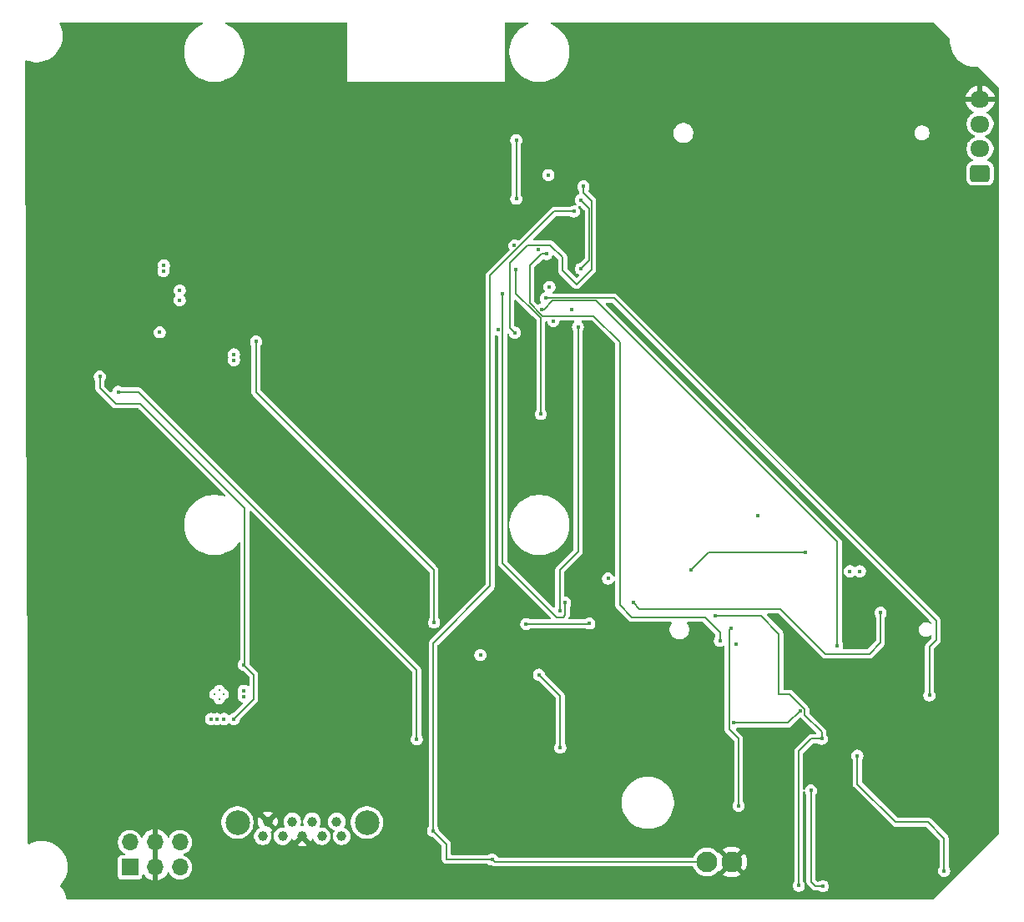
<source format=gbr>
%TF.GenerationSoftware,KiCad,Pcbnew,9.0.1*%
%TF.CreationDate,2025-04-28T00:22:19-05:00*%
%TF.ProjectId,CM5IO,434d3549-4f2e-46b6-9963-61645f706362,rev?*%
%TF.SameCoordinates,Original*%
%TF.FileFunction,Copper,L4,Bot*%
%TF.FilePolarity,Positive*%
%FSLAX46Y46*%
G04 Gerber Fmt 4.6, Leading zero omitted, Abs format (unit mm)*
G04 Created by KiCad (PCBNEW 9.0.1) date 2025-04-28 00:22:19*
%MOMM*%
%LPD*%
G01*
G04 APERTURE LIST*
G04 Aperture macros list*
%AMRoundRect*
0 Rectangle with rounded corners*
0 $1 Rounding radius*
0 $2 $3 $4 $5 $6 $7 $8 $9 X,Y pos of 4 corners*
0 Add a 4 corners polygon primitive as box body*
4,1,4,$2,$3,$4,$5,$6,$7,$8,$9,$2,$3,0*
0 Add four circle primitives for the rounded corners*
1,1,$1+$1,$2,$3*
1,1,$1+$1,$4,$5*
1,1,$1+$1,$6,$7*
1,1,$1+$1,$8,$9*
0 Add four rect primitives between the rounded corners*
20,1,$1+$1,$2,$3,$4,$5,0*
20,1,$1+$1,$4,$5,$6,$7,0*
20,1,$1+$1,$6,$7,$8,$9,0*
20,1,$1+$1,$8,$9,$2,$3,0*%
G04 Aperture macros list end*
%TA.AperFunction,ComponentPad*%
%ADD10C,2.100000*%
%TD*%
%TA.AperFunction,ComponentPad*%
%ADD11RoundRect,0.250000X0.725000X-0.600000X0.725000X0.600000X-0.725000X0.600000X-0.725000X-0.600000X0*%
%TD*%
%TA.AperFunction,ComponentPad*%
%ADD12O,1.950000X1.700000*%
%TD*%
%TA.AperFunction,ComponentPad*%
%ADD13C,0.300000*%
%TD*%
%TA.AperFunction,ComponentPad*%
%ADD14R,1.700000X1.700000*%
%TD*%
%TA.AperFunction,ComponentPad*%
%ADD15O,1.700000X1.700000*%
%TD*%
%TA.AperFunction,ComponentPad*%
%ADD16C,1.000000*%
%TD*%
%TA.AperFunction,ComponentPad*%
%ADD17C,2.500000*%
%TD*%
%TA.AperFunction,ViaPad*%
%ADD18C,0.450000*%
%TD*%
%TA.AperFunction,Conductor*%
%ADD19C,0.130000*%
%TD*%
G04 APERTURE END LIST*
D10*
%TO.P,J2,1*%
%TO.N,GND*%
X215000000Y-155700000D03*
%TO.P,J2,2*%
%TO.N,/+5v*%
X212500000Y-155700000D03*
%TD*%
D11*
%TO.P,J7,1,Pin_1*%
%TO.N,/CM5_HighSpeed/VBUS*%
X240200000Y-85820000D03*
D12*
%TO.P,J7,2,Pin_2*%
%TO.N,/CM5_HighSpeed/USB3-0-D_P*%
X240200000Y-83320000D03*
%TO.P,J7,3,Pin_3*%
%TO.N,/CM5_HighSpeed/USB3-0-D_N*%
X240200000Y-80820000D03*
%TO.P,J7,4,Pin_4*%
%TO.N,GND*%
X240200000Y-78320000D03*
%TD*%
D13*
%TO.P,U2,22*%
%TO.N,N/C*%
X163000000Y-138250000D03*
%TO.P,U2,23*%
X163450000Y-138700000D03*
%TO.P,U2,24*%
X163000000Y-139150000D03*
%TO.P,U2,25*%
X162550000Y-138700000D03*
%TD*%
D14*
%TO.P,J6,1,Pin_1*%
%TO.N,Net-(J6-Pin_1)*%
X153960000Y-156240000D03*
D15*
%TO.P,J6,2,Pin_2*%
%TO.N,Net-(J6-Pin_2)*%
X153960000Y-153700000D03*
%TO.P,J6,3,Pin_3*%
%TO.N,GND*%
X156500000Y-156240000D03*
%TO.P,J6,4,Pin_4*%
X156500000Y-153700000D03*
%TO.P,J6,5,Pin_5*%
%TO.N,Net-(J6-Pin_5)*%
X159040000Y-156240000D03*
%TO.P,J6,6,Pin_6*%
%TO.N,Net-(J6-Pin_6)*%
X159040000Y-153700000D03*
%TD*%
D16*
%TO.P,J5,1,VBUS*%
%TO.N,/CM5_HighSpeed/VBUS*%
X174930000Y-151600000D03*
%TO.P,J5,2,D-*%
%TO.N,/CM5_HighSpeed/USB3-1-D_P*%
X172430000Y-151600000D03*
%TO.P,J5,3,D+*%
%TO.N,/CM5_HighSpeed/USB3-1-D_N*%
X170430000Y-151600000D03*
%TO.P,J5,4,GND*%
%TO.N,GND*%
X167930000Y-151600000D03*
%TO.P,J5,5,SSRX-*%
%TO.N,/CM5_HighSpeed/USB3-1-RX_N*%
X167430000Y-153100000D03*
%TO.P,J5,6,SSRX+*%
%TO.N,/CM5_HighSpeed/USB3-1-RX_P*%
X169430000Y-153100000D03*
%TO.P,J5,7,DRAIN*%
%TO.N,GND*%
X171430000Y-153100000D03*
%TO.P,J5,8,SSTX-*%
%TO.N,/CM5_HighSpeed/USB3-1-TX_N*%
X173430000Y-153100000D03*
%TO.P,J5,9,SSTX+*%
%TO.N,/CM5_HighSpeed/USB3-1-TX_P*%
X175430000Y-153100000D03*
D17*
%TO.P,J5,SP1*%
%TO.N,N/C*%
X178000000Y-151700000D03*
X164860000Y-151700000D03*
%TD*%
D18*
%TO.N,GND*%
X192650000Y-104800000D03*
X211500000Y-140200000D03*
X160300000Y-137425000D03*
X189800000Y-95500000D03*
X192000000Y-156700000D03*
X196500000Y-102650000D03*
X220000000Y-145700000D03*
X198650000Y-90800000D03*
X196350000Y-91700000D03*
%TO.N,/PCIe-M2/SIM_VDD*%
X213300000Y-130750000D03*
X224125000Y-143200000D03*
X221800000Y-158100000D03*
%TO.N,/CM5_HighSpeed/VBUS*%
X189500000Y-134700000D03*
%TO.N,/PCIe-M2/M2_3v3*%
X222500000Y-124250000D03*
X197600000Y-144100000D03*
X202450000Y-126950000D03*
X195450000Y-136700000D03*
X210850000Y-126050000D03*
%TO.N,Net-(CR1-I{slash}O1)*%
X236550000Y-156600000D03*
X227750000Y-144925000D03*
X221925000Y-140375000D03*
X215150000Y-141600000D03*
%TO.N,/+3.3v*%
X164500000Y-141200000D03*
X193150000Y-82450000D03*
X157350000Y-95750000D03*
X193150000Y-88400000D03*
X150900000Y-106450000D03*
X165500000Y-135700000D03*
%TO.N,Net-(CR1-I{slash}O3)*%
X224250000Y-158150000D03*
X223050000Y-148450000D03*
%TO.N,Net-(D6-A)*%
X200550000Y-131500000D03*
X194150000Y-131550000D03*
%TO.N,/PCIe-M2/LED_WWAN*%
X230100000Y-130400000D03*
X205000000Y-129400000D03*
%TO.N,/+5v*%
X190700000Y-155450000D03*
X199000000Y-89700000D03*
X184700000Y-152550000D03*
%TO.N,/PCIe-M2/SIM_CLK*%
X215700000Y-150000000D03*
X214900000Y-131950000D03*
%TO.N,/CM5_GPIO ( Ethernet\u002C GPIO\u002C SDCARD)/ID_SC*%
X197550000Y-130200000D03*
X199400000Y-101400000D03*
%TO.N,/CM5_GPIO ( Ethernet\u002C GPIO\u002C SDCARD)/ID_SD*%
X198100000Y-129400000D03*
X191750000Y-98050000D03*
%TO.N,/CM5_GPIO ( Ethernet\u002C GPIO\u002C SDCARD)/GPIO27*%
X195635000Y-110250000D03*
X193100000Y-95550000D03*
%TO.N,/CM5_GPIO ( Ethernet\u002C GPIO\u002C SDCARD)/GPIO20*%
X198750000Y-99650000D03*
X162178447Y-141200000D03*
%TO.N,/CM5_GPIO ( Ethernet\u002C GPIO\u002C SDCARD)/GPIO13*%
X225700000Y-133750000D03*
X195751475Y-99611796D03*
%TO.N,/CM5_GPIO ( Ethernet\u002C GPIO\u002C SDCARD)/GPIO6*%
X196150000Y-98500000D03*
X235050000Y-138800000D03*
%TO.N,/CM5_GPIO ( Ethernet\u002C GPIO\u002C SDCARD)/GPIO19*%
X191335000Y-101700000D03*
X163495460Y-141200000D03*
%TO.N,/CM5_GPIO ( Ethernet\u002C GPIO\u002C SDCARD)/GPIO18*%
X196500000Y-97350000D03*
X162753450Y-141200000D03*
%TO.N,/CM5_GPIO ( Ethernet\u002C GPIO\u002C SDCARD)/GPIO15*%
X215450000Y-133600000D03*
X217650000Y-120600000D03*
%TO.N,/CM5_GPIO ( Ethernet\u002C GPIO\u002C SDCARD)/GPIO14*%
X196229000Y-94000000D03*
X213800000Y-133250000D03*
%TO.N,/CM5_GPIO ( Ethernet\u002C GPIO\u002C SDCARD)/GPIO3*%
X165500000Y-138335000D03*
X195360000Y-93560000D03*
%TO.N,/CM5_GPIO ( Ethernet\u002C GPIO\u002C SDCARD)/GPIO2*%
X192956550Y-93156550D03*
X165500000Y-138910003D03*
%TO.N,/CM5_HighSpeed/USB3-0-D_N*%
X159000000Y-97700000D03*
%TO.N,/CM5_HighSpeed/USB3-0-D_P*%
X159000000Y-98700000D03*
%TO.N,/CM5_HighSpeed/USB2_N*%
X227000000Y-126200000D03*
X164500000Y-104775003D03*
%TO.N,/CM5_HighSpeed/USB2_P*%
X228000000Y-126200000D03*
X164500000Y-104200000D03*
%TO.N,/CM5_GPIO ( Ethernet\u002C GPIO\u002C SDCARD)/TACHO*%
X193000000Y-102000000D03*
X199956550Y-87156550D03*
%TO.N,/CM5_GPIO ( Ethernet\u002C GPIO\u002C SDCARD)/PWM*%
X199700000Y-95500000D03*
X199700000Y-88550000D03*
%TO.N,Net-(Module1A-LED_nACT)*%
X156978500Y-101950000D03*
X196900000Y-100800000D03*
%TO.N,/CM5_GPIO ( Ethernet\u002C GPIO\u002C SDCARD)/nPWR_LED*%
X157400000Y-95150000D03*
X196400000Y-86000000D03*
%TO.N,/CM5_HighSpeed/PCIE_PWR_EN*%
X152750000Y-108000000D03*
X183050000Y-143250000D03*
%TO.N,/CM5_HighSpeed/VBUS_EN*%
X166750000Y-102900000D03*
X184800000Y-131400000D03*
%TD*%
D19*
%TO.N,/PCIe-M2/SIM_VDD*%
X224125000Y-143200000D02*
X223050000Y-143200000D01*
X221800000Y-144450000D02*
X221800000Y-158100000D01*
X222400000Y-140800000D02*
X222400000Y-140200000D01*
X223050000Y-143200000D02*
X221800000Y-144450000D01*
X218000000Y-130750000D02*
X213300000Y-130750000D01*
X219800000Y-132550000D02*
X218000000Y-130750000D01*
X222400000Y-140200000D02*
X220900000Y-138700000D01*
X224125000Y-142525000D02*
X222400000Y-140800000D01*
X224125000Y-143200000D02*
X224125000Y-142525000D01*
X220900000Y-138700000D02*
X219800000Y-138700000D01*
X219800000Y-138700000D02*
X219800000Y-132550000D01*
%TO.N,/PCIe-M2/M2_3v3*%
X197600000Y-138850000D02*
X197600000Y-144100000D01*
X222500000Y-124250000D02*
X212650000Y-124250000D01*
X212650000Y-124250000D02*
X210850000Y-126050000D01*
X195450000Y-136700000D02*
X197600000Y-138850000D01*
%TO.N,Net-(CR1-I{slash}O1)*%
X227750000Y-144925000D02*
X227750000Y-147800000D01*
X215150000Y-141600000D02*
X220700000Y-141600000D01*
X236550000Y-153300000D02*
X236550000Y-156600000D01*
X220700000Y-141600000D02*
X221925000Y-140375000D01*
X231600000Y-151650000D02*
X234900000Y-151650000D01*
X227750000Y-147800000D02*
X231600000Y-151650000D01*
X234900000Y-151650000D02*
X236550000Y-153300000D01*
%TO.N,/+3.3v*%
X193150000Y-88400000D02*
X193150000Y-82450000D01*
X165500000Y-135700000D02*
X165616000Y-135584000D01*
X150900000Y-107600000D02*
X150900000Y-106450000D01*
X166500000Y-139200000D02*
X164500000Y-141200000D01*
X165616000Y-119816000D02*
X155000000Y-109200000D01*
X166500000Y-136700000D02*
X166500000Y-139200000D01*
X152500000Y-109200000D02*
X150900000Y-107600000D01*
X155000000Y-109200000D02*
X152500000Y-109200000D01*
X165500000Y-135700000D02*
X166500000Y-136700000D01*
X165616000Y-135584000D02*
X165616000Y-119816000D01*
%TO.N,Net-(CR1-I{slash}O3)*%
X223500000Y-158150000D02*
X224250000Y-158150000D01*
X223050000Y-148450000D02*
X223050000Y-157700000D01*
X223050000Y-157700000D02*
X223500000Y-158150000D01*
%TO.N,Net-(D6-A)*%
X200500000Y-131550000D02*
X200550000Y-131500000D01*
X194150000Y-131550000D02*
X200500000Y-131550000D01*
%TO.N,/PCIe-M2/LED_WWAN*%
X230100000Y-130400000D02*
X230100000Y-133450000D01*
X228950000Y-134600000D02*
X230100000Y-133450000D01*
X205650000Y-130050000D02*
X219950000Y-130050000D01*
X228950000Y-134600000D02*
X224500000Y-134600000D01*
X205650000Y-130050000D02*
X205000000Y-129400000D01*
X224500000Y-134600000D02*
X219950000Y-130050000D01*
%TO.N,/+5v*%
X190700000Y-155450000D02*
X186100000Y-155450000D01*
X212500000Y-155700000D02*
X190950000Y-155700000D01*
X186050000Y-155400000D02*
X186050000Y-153900000D01*
X190950000Y-155700000D02*
X190700000Y-155450000D01*
X190500000Y-96200000D02*
X197000000Y-89700000D01*
X186100000Y-155450000D02*
X186050000Y-155400000D01*
X186050000Y-153900000D02*
X184700000Y-152550000D01*
X184700000Y-133500000D02*
X190500000Y-127700000D01*
X197000000Y-89700000D02*
X199000000Y-89700000D01*
X190500000Y-127700000D02*
X190500000Y-96200000D01*
X184700000Y-152550000D02*
X184700000Y-133500000D01*
%TO.N,/PCIe-M2/SIM_CLK*%
X214734000Y-142234000D02*
X214734000Y-132116000D01*
X214734000Y-132116000D02*
X214900000Y-131950000D01*
X214734000Y-142234000D02*
X215700000Y-143200000D01*
X215700000Y-150000000D02*
X215700000Y-143200000D01*
%TO.N,/CM5_GPIO ( Ethernet\u002C GPIO\u002C SDCARD)/ID_SC*%
X199400000Y-124200000D02*
X199400000Y-101400000D01*
X197550000Y-130200000D02*
X197550000Y-126050000D01*
X197550000Y-126050000D02*
X199400000Y-124200000D01*
%TO.N,/CM5_GPIO ( Ethernet\u002C GPIO\u002C SDCARD)/ID_SD*%
X198100000Y-129400000D02*
X198100000Y-130650000D01*
X197900000Y-130850000D02*
X197200000Y-130850000D01*
X198100000Y-130650000D02*
X197900000Y-130850000D01*
X191750000Y-125400000D02*
X191750000Y-98050000D01*
X191750000Y-125400000D02*
X197200000Y-130850000D01*
%TO.N,/CM5_GPIO ( Ethernet\u002C GPIO\u002C SDCARD)/GPIO27*%
X195635000Y-110250000D02*
X195635000Y-100485000D01*
X195150000Y-100000000D02*
X195100000Y-100000000D01*
X193100000Y-98000000D02*
X193100000Y-95550000D01*
X195635000Y-100485000D02*
X195150000Y-100000000D01*
X195100000Y-100000000D02*
X193100000Y-98000000D01*
%TO.N,/CM5_GPIO ( Ethernet\u002C GPIO\u002C SDCARD)/GPIO13*%
X195938204Y-99611796D02*
X196794000Y-98756000D01*
X196794000Y-98756000D02*
X201256000Y-98756000D01*
X225700000Y-123200000D02*
X225700000Y-133750000D01*
X201256000Y-98756000D02*
X225700000Y-123200000D01*
X195751475Y-99611796D02*
X195938204Y-99611796D01*
%TO.N,/CM5_GPIO ( Ethernet\u002C GPIO\u002C SDCARD)/GPIO6*%
X235750000Y-133150000D02*
X235750000Y-131200000D01*
X235050000Y-138800000D02*
X235050000Y-133850000D01*
X203050000Y-98500000D02*
X196150000Y-98500000D01*
X235050000Y-133850000D02*
X235750000Y-133150000D01*
X235750000Y-131200000D02*
X203050000Y-98500000D01*
%TO.N,/CM5_GPIO ( Ethernet\u002C GPIO\u002C SDCARD)/GPIO14*%
X196229000Y-94000000D02*
X195700000Y-94000000D01*
X213800000Y-132400000D02*
X212300000Y-130900000D01*
X213800000Y-133250000D02*
X213800000Y-132400000D01*
X203650000Y-129650000D02*
X203650000Y-102950000D01*
X203650000Y-102950000D02*
X201000000Y-100300000D01*
X195741038Y-100229000D02*
X195741039Y-100229000D01*
X201000000Y-100300000D02*
X195812038Y-100300000D01*
X195812038Y-100300000D02*
X195741038Y-100229000D01*
X194500000Y-95200000D02*
X194500000Y-98987961D01*
X204900000Y-130900000D02*
X203650000Y-129650000D01*
X195700000Y-94000000D02*
X194500000Y-95200000D01*
X194500000Y-98987961D02*
X195741038Y-100229000D01*
X212300000Y-130900000D02*
X204900000Y-130900000D01*
%TO.N,/CM5_GPIO ( Ethernet\u002C GPIO\u002C SDCARD)/TACHO*%
X197850000Y-94350000D02*
X196600000Y-93100000D01*
X199956550Y-87156550D02*
X199956550Y-87756550D01*
X194300000Y-93100000D02*
X192500000Y-94900000D01*
X199250000Y-97100000D02*
X197850000Y-95700000D01*
X200806000Y-95544000D02*
X200806000Y-88606000D01*
X192500000Y-101500000D02*
X193000000Y-102000000D01*
X192500000Y-94900000D02*
X192500000Y-101500000D01*
X200806000Y-88606000D02*
X199956550Y-87756550D01*
X197850000Y-95700000D02*
X197850000Y-94350000D01*
X196600000Y-93100000D02*
X194300000Y-93100000D01*
X199250000Y-97100000D02*
X200806000Y-95544000D01*
%TO.N,/CM5_GPIO ( Ethernet\u002C GPIO\u002C SDCARD)/PWM*%
X200550000Y-89400000D02*
X199700000Y-88550000D01*
X200550000Y-94650000D02*
X200550000Y-89400000D01*
X199700000Y-95500000D02*
X200550000Y-94650000D01*
%TO.N,/CM5_HighSpeed/PCIE_PWR_EN*%
X154800000Y-108000000D02*
X183050000Y-136250000D01*
X152750000Y-108000000D02*
X154800000Y-108000000D01*
X183050000Y-136250000D02*
X183050000Y-143250000D01*
%TO.N,/CM5_HighSpeed/VBUS_EN*%
X184800000Y-131400000D02*
X184800000Y-126100000D01*
X166750000Y-108050000D02*
X166750000Y-102900000D01*
X184800000Y-126100000D02*
X166750000Y-108050000D01*
%TD*%
%TA.AperFunction,Conductor*%
%TO.N,GND*%
G36*
X193124501Y-98668675D02*
G01*
X194820317Y-100364491D01*
X194924183Y-100424458D01*
X194924185Y-100424458D01*
X194927328Y-100426273D01*
X194947832Y-100442006D01*
X195150504Y-100644678D01*
X195178281Y-100699195D01*
X195179500Y-100714682D01*
X195179500Y-109794692D01*
X195160593Y-109852883D01*
X195157037Y-109857486D01*
X195156913Y-109857636D01*
X195089549Y-109958452D01*
X195089549Y-109958453D01*
X195043153Y-110070463D01*
X195043153Y-110070465D01*
X195019500Y-110189376D01*
X195019500Y-110310623D01*
X195043153Y-110429534D01*
X195043153Y-110429536D01*
X195089549Y-110541546D01*
X195089549Y-110541547D01*
X195156909Y-110642357D01*
X195156910Y-110642358D01*
X195242642Y-110728090D01*
X195343451Y-110795449D01*
X195455465Y-110841847D01*
X195574379Y-110865500D01*
X195574380Y-110865500D01*
X195695620Y-110865500D01*
X195695621Y-110865500D01*
X195814535Y-110841847D01*
X195926549Y-110795449D01*
X196027358Y-110728090D01*
X196113090Y-110642358D01*
X196180449Y-110541549D01*
X196226847Y-110429535D01*
X196250500Y-110310621D01*
X196250500Y-110189379D01*
X196226847Y-110070465D01*
X196180450Y-109958453D01*
X196180450Y-109958452D01*
X196113086Y-109857636D01*
X196112963Y-109857486D01*
X196112930Y-109857403D01*
X196110388Y-109853598D01*
X196111223Y-109853039D01*
X196090671Y-109800506D01*
X196090500Y-109794692D01*
X196090500Y-100890483D01*
X196109407Y-100832292D01*
X196158907Y-100796328D01*
X196220093Y-100796328D01*
X196269593Y-100832292D01*
X196286598Y-100871169D01*
X196308153Y-100979534D01*
X196308153Y-100979536D01*
X196354549Y-101091546D01*
X196354549Y-101091547D01*
X196421909Y-101192357D01*
X196421910Y-101192358D01*
X196507642Y-101278090D01*
X196608451Y-101345449D01*
X196720465Y-101391847D01*
X196839379Y-101415500D01*
X196839380Y-101415500D01*
X196960620Y-101415500D01*
X196960621Y-101415500D01*
X197079535Y-101391847D01*
X197191549Y-101345449D01*
X197292358Y-101278090D01*
X197378090Y-101192358D01*
X197445449Y-101091549D01*
X197491847Y-100979535D01*
X197515500Y-100860621D01*
X197515500Y-100854500D01*
X197534407Y-100796309D01*
X197583907Y-100760345D01*
X197614500Y-100755500D01*
X198935044Y-100755500D01*
X198993235Y-100774407D01*
X199029199Y-100823907D01*
X199029199Y-100885093D01*
X199005048Y-100924504D01*
X198921909Y-101007642D01*
X198854549Y-101108452D01*
X198854549Y-101108453D01*
X198808153Y-101220463D01*
X198808153Y-101220465D01*
X198784500Y-101339376D01*
X198784500Y-101460623D01*
X198808153Y-101579534D01*
X198808153Y-101579536D01*
X198854549Y-101691546D01*
X198854549Y-101691547D01*
X198921909Y-101792357D01*
X198922029Y-101792503D01*
X198922060Y-101792583D01*
X198924612Y-101796402D01*
X198923774Y-101796961D01*
X198944328Y-101849480D01*
X198944500Y-101855307D01*
X198944500Y-123970318D01*
X198925593Y-124028509D01*
X198915504Y-124040322D01*
X197185506Y-125770320D01*
X197163960Y-125807641D01*
X197163960Y-125807642D01*
X197125541Y-125874185D01*
X197094500Y-125990029D01*
X197094500Y-129744692D01*
X197077490Y-129800178D01*
X197073545Y-129806006D01*
X197071910Y-129807642D01*
X197030637Y-129869410D01*
X197030419Y-129869733D01*
X197006513Y-129888350D01*
X196982693Y-129907128D01*
X196982387Y-129907140D01*
X196982146Y-129907328D01*
X196951866Y-129908339D01*
X196921555Y-129909530D01*
X196921266Y-129909360D01*
X196920995Y-129909370D01*
X196919138Y-129908113D01*
X196878425Y-129884251D01*
X192234496Y-125240322D01*
X192206719Y-125185805D01*
X192205500Y-125170318D01*
X192205500Y-121328686D01*
X192449500Y-121328686D01*
X192449500Y-121671313D01*
X192487860Y-122011781D01*
X192564103Y-122345820D01*
X192677263Y-122669213D01*
X192677264Y-122669215D01*
X192825916Y-122977895D01*
X192825920Y-122977902D01*
X192825924Y-122977910D01*
X193008211Y-123268018D01*
X193221834Y-123535893D01*
X193464107Y-123778166D01*
X193731982Y-123991789D01*
X194022090Y-124174076D01*
X194022101Y-124174081D01*
X194022104Y-124174083D01*
X194053867Y-124189379D01*
X194330785Y-124322736D01*
X194481753Y-124375561D01*
X194654179Y-124435896D01*
X194654182Y-124435896D01*
X194654183Y-124435897D01*
X194988217Y-124512139D01*
X195328688Y-124550500D01*
X195328689Y-124550500D01*
X195671311Y-124550500D01*
X195671312Y-124550500D01*
X196011783Y-124512139D01*
X196345817Y-124435897D01*
X196669215Y-124322736D01*
X196977910Y-124174076D01*
X197268018Y-123991789D01*
X197535893Y-123778166D01*
X197778166Y-123535893D01*
X197991789Y-123268018D01*
X198174076Y-122977910D01*
X198322736Y-122669215D01*
X198435897Y-122345817D01*
X198512139Y-122011783D01*
X198550500Y-121671312D01*
X198550500Y-121328688D01*
X198512139Y-120988217D01*
X198435897Y-120654183D01*
X198322736Y-120330785D01*
X198192586Y-120060527D01*
X198174083Y-120022104D01*
X198174081Y-120022101D01*
X198174076Y-120022090D01*
X197991789Y-119731982D01*
X197778166Y-119464107D01*
X197535893Y-119221834D01*
X197268018Y-119008211D01*
X196977910Y-118825924D01*
X196977902Y-118825920D01*
X196977895Y-118825916D01*
X196669215Y-118677264D01*
X196669213Y-118677263D01*
X196345820Y-118564103D01*
X196011781Y-118487860D01*
X195671313Y-118449500D01*
X195671312Y-118449500D01*
X195328688Y-118449500D01*
X195328686Y-118449500D01*
X194988218Y-118487860D01*
X194654179Y-118564103D01*
X194330786Y-118677263D01*
X194330784Y-118677264D01*
X194022104Y-118825916D01*
X194022092Y-118825923D01*
X193731981Y-119008211D01*
X193464108Y-119221833D01*
X193221833Y-119464108D01*
X193008211Y-119731981D01*
X192892790Y-119915674D01*
X192849544Y-119984500D01*
X192825923Y-120022092D01*
X192825916Y-120022104D01*
X192677264Y-120330784D01*
X192677263Y-120330786D01*
X192564103Y-120654179D01*
X192487860Y-120988218D01*
X192449500Y-121328686D01*
X192205500Y-121328686D01*
X192205500Y-102165893D01*
X192224407Y-102107702D01*
X192273907Y-102071738D01*
X192335093Y-102071738D01*
X192384593Y-102107702D01*
X192401597Y-102146578D01*
X192408153Y-102179534D01*
X192408153Y-102179536D01*
X192454549Y-102291546D01*
X192454549Y-102291547D01*
X192504133Y-102365753D01*
X192521910Y-102392358D01*
X192607642Y-102478090D01*
X192708451Y-102545449D01*
X192820465Y-102591847D01*
X192939379Y-102615500D01*
X192939380Y-102615500D01*
X193060620Y-102615500D01*
X193060621Y-102615500D01*
X193179535Y-102591847D01*
X193291549Y-102545449D01*
X193392358Y-102478090D01*
X193478090Y-102392358D01*
X193545449Y-102291549D01*
X193591847Y-102179535D01*
X193615500Y-102060621D01*
X193615500Y-101939379D01*
X193591847Y-101820465D01*
X193545450Y-101708453D01*
X193545450Y-101708452D01*
X193478090Y-101607642D01*
X193392357Y-101521909D01*
X193291546Y-101454549D01*
X193179535Y-101408153D01*
X193060616Y-101384498D01*
X193060435Y-101384481D01*
X193060358Y-101384447D01*
X193055851Y-101383551D01*
X193055851Y-101383549D01*
X193054653Y-101383739D01*
X193029858Y-101371105D01*
X193004378Y-101359960D01*
X193000136Y-101355962D01*
X192984496Y-101340322D01*
X192956719Y-101285805D01*
X192955500Y-101270318D01*
X192955500Y-98738681D01*
X192974407Y-98680490D01*
X193023907Y-98644526D01*
X193085093Y-98644526D01*
X193124501Y-98668675D01*
G37*
%TD.AperFunction*%
%TA.AperFunction,Conductor*%
G36*
X199639379Y-89165500D02*
G01*
X199639384Y-89165500D01*
X199639547Y-89165516D01*
X199639619Y-89165547D01*
X199644150Y-89166449D01*
X199643952Y-89167442D01*
X199695608Y-89190027D01*
X199699863Y-89194037D01*
X200065504Y-89559678D01*
X200093281Y-89614195D01*
X200094500Y-89629682D01*
X200094500Y-94420318D01*
X200075593Y-94478509D01*
X200065503Y-94490322D01*
X199699862Y-94855962D01*
X199645346Y-94883739D01*
X199639566Y-94884481D01*
X199639382Y-94884499D01*
X199520465Y-94908153D01*
X199520463Y-94908153D01*
X199408453Y-94954549D01*
X199408452Y-94954549D01*
X199307642Y-95021909D01*
X199221909Y-95107642D01*
X199154549Y-95208452D01*
X199154549Y-95208453D01*
X199108153Y-95320463D01*
X199108153Y-95320465D01*
X199084500Y-95439376D01*
X199084500Y-95560623D01*
X199108153Y-95679534D01*
X199108153Y-95679536D01*
X199154549Y-95791546D01*
X199154549Y-95791547D01*
X199187960Y-95841549D01*
X199221910Y-95892358D01*
X199307642Y-95978090D01*
X199408451Y-96045449D01*
X199449702Y-96062535D01*
X199496227Y-96102270D01*
X199510511Y-96161765D01*
X199487097Y-96218293D01*
X199481820Y-96224002D01*
X199320003Y-96385820D01*
X199265486Y-96413598D01*
X199205054Y-96404027D01*
X199179995Y-96385821D01*
X198334496Y-95540322D01*
X198306719Y-95485805D01*
X198305500Y-95470318D01*
X198305500Y-94290031D01*
X198305499Y-94290029D01*
X198274796Y-94175446D01*
X198274458Y-94174184D01*
X198234774Y-94105449D01*
X198234774Y-94105448D01*
X198234772Y-94105446D01*
X198214493Y-94070320D01*
X198214492Y-94070319D01*
X198214491Y-94070317D01*
X196879683Y-92735509D01*
X196775816Y-92675542D01*
X196775815Y-92675541D01*
X196775812Y-92675540D01*
X196659970Y-92644500D01*
X196659968Y-92644500D01*
X194938682Y-92644500D01*
X194880491Y-92625593D01*
X194844527Y-92576093D01*
X194844527Y-92514907D01*
X194868678Y-92475496D01*
X197159678Y-90184496D01*
X197214195Y-90156719D01*
X197229682Y-90155500D01*
X198544693Y-90155500D01*
X198602884Y-90174407D01*
X198607497Y-90177971D01*
X198607642Y-90178090D01*
X198708451Y-90245449D01*
X198820465Y-90291847D01*
X198939379Y-90315500D01*
X198939380Y-90315500D01*
X199060620Y-90315500D01*
X199060621Y-90315500D01*
X199179535Y-90291847D01*
X199291549Y-90245449D01*
X199392358Y-90178090D01*
X199478090Y-90092358D01*
X199545449Y-89991549D01*
X199591847Y-89879535D01*
X199615500Y-89760621D01*
X199615500Y-89639379D01*
X199591847Y-89520465D01*
X199545450Y-89408453D01*
X199545450Y-89408452D01*
X199476619Y-89305440D01*
X199460010Y-89246551D01*
X199481188Y-89189148D01*
X199532061Y-89155155D01*
X199578245Y-89153340D01*
X199639379Y-89165500D01*
G37*
%TD.AperFunction*%
%TA.AperFunction,Conductor*%
G36*
X156754000Y-155809297D02*
G01*
X156692993Y-155774075D01*
X156565826Y-155740000D01*
X156434174Y-155740000D01*
X156307007Y-155774075D01*
X156246000Y-155809297D01*
X156246000Y-154130702D01*
X156307007Y-154165925D01*
X156434174Y-154200000D01*
X156565826Y-154200000D01*
X156692993Y-154165925D01*
X156754000Y-154130702D01*
X156754000Y-155809297D01*
G37*
%TD.AperFunction*%
%TA.AperFunction,Conductor*%
G36*
X161323321Y-70518907D02*
G01*
X161359285Y-70568407D01*
X161359285Y-70629593D01*
X161323321Y-70679093D01*
X161308085Y-70688196D01*
X161022097Y-70825920D01*
X161022092Y-70825923D01*
X160731981Y-71008211D01*
X160464108Y-71221833D01*
X160221833Y-71464108D01*
X160008211Y-71731981D01*
X159825923Y-72022092D01*
X159825916Y-72022104D01*
X159677264Y-72330784D01*
X159677263Y-72330786D01*
X159564103Y-72654179D01*
X159487860Y-72988218D01*
X159449500Y-73328686D01*
X159449500Y-73671313D01*
X159487860Y-74011781D01*
X159564103Y-74345820D01*
X159677263Y-74669213D01*
X159677264Y-74669215D01*
X159825916Y-74977895D01*
X159825920Y-74977902D01*
X159825924Y-74977910D01*
X160008211Y-75268018D01*
X160221834Y-75535893D01*
X160464107Y-75778166D01*
X160731982Y-75991789D01*
X161022090Y-76174076D01*
X161022101Y-76174081D01*
X161022104Y-76174083D01*
X161124660Y-76223471D01*
X161330785Y-76322736D01*
X161481753Y-76375561D01*
X161654179Y-76435896D01*
X161654182Y-76435896D01*
X161654183Y-76435897D01*
X161988217Y-76512139D01*
X162328688Y-76550500D01*
X162328689Y-76550500D01*
X162671311Y-76550500D01*
X162671312Y-76550500D01*
X163011783Y-76512139D01*
X163345817Y-76435897D01*
X163669215Y-76322736D01*
X163977910Y-76174076D01*
X164268018Y-75991789D01*
X164535893Y-75778166D01*
X164778166Y-75535893D01*
X164991789Y-75268018D01*
X165174076Y-74977910D01*
X165322736Y-74669215D01*
X165435897Y-74345817D01*
X165512139Y-74011783D01*
X165550500Y-73671312D01*
X165550500Y-73328688D01*
X165512139Y-72988217D01*
X165435897Y-72654183D01*
X165322736Y-72330785D01*
X165223471Y-72124660D01*
X165174083Y-72022104D01*
X165174081Y-72022101D01*
X165174076Y-72022090D01*
X164991789Y-71731982D01*
X164778166Y-71464107D01*
X164535893Y-71221834D01*
X164268018Y-71008211D01*
X163977910Y-70825924D01*
X163691914Y-70688195D01*
X163647691Y-70645913D01*
X163636766Y-70585711D01*
X163663313Y-70530585D01*
X163717193Y-70501591D01*
X163734870Y-70500000D01*
X175901000Y-70500000D01*
X175959191Y-70518907D01*
X175995155Y-70568407D01*
X176000000Y-70599000D01*
X176000000Y-76500000D01*
X191999999Y-76500000D01*
X192000000Y-76500000D01*
X192000000Y-70599000D01*
X192018907Y-70540809D01*
X192068407Y-70504845D01*
X192099000Y-70500000D01*
X194265130Y-70500000D01*
X194323321Y-70518907D01*
X194359285Y-70568407D01*
X194359285Y-70629593D01*
X194323321Y-70679093D01*
X194308085Y-70688196D01*
X194022097Y-70825920D01*
X194022092Y-70825923D01*
X193731981Y-71008211D01*
X193464108Y-71221833D01*
X193221833Y-71464108D01*
X193008211Y-71731981D01*
X192825923Y-72022092D01*
X192825916Y-72022104D01*
X192677264Y-72330784D01*
X192677263Y-72330786D01*
X192564103Y-72654179D01*
X192487860Y-72988218D01*
X192449500Y-73328686D01*
X192449500Y-73671313D01*
X192487860Y-74011781D01*
X192564103Y-74345820D01*
X192677263Y-74669213D01*
X192677264Y-74669215D01*
X192825916Y-74977895D01*
X192825920Y-74977902D01*
X192825924Y-74977910D01*
X193008211Y-75268018D01*
X193221834Y-75535893D01*
X193464107Y-75778166D01*
X193731982Y-75991789D01*
X194022090Y-76174076D01*
X194022101Y-76174081D01*
X194022104Y-76174083D01*
X194124660Y-76223471D01*
X194330785Y-76322736D01*
X194481753Y-76375561D01*
X194654179Y-76435896D01*
X194654182Y-76435896D01*
X194654183Y-76435897D01*
X194988217Y-76512139D01*
X195328688Y-76550500D01*
X195328689Y-76550500D01*
X195671311Y-76550500D01*
X195671312Y-76550500D01*
X196011783Y-76512139D01*
X196345817Y-76435897D01*
X196669215Y-76322736D01*
X196977910Y-76174076D01*
X197268018Y-75991789D01*
X197535893Y-75778166D01*
X197778166Y-75535893D01*
X197991789Y-75268018D01*
X198174076Y-74977910D01*
X198322736Y-74669215D01*
X198435897Y-74345817D01*
X198512139Y-74011783D01*
X198550500Y-73671312D01*
X198550500Y-73328688D01*
X198512139Y-72988217D01*
X198435897Y-72654183D01*
X198322736Y-72330785D01*
X198223471Y-72124660D01*
X198174083Y-72022104D01*
X198174081Y-72022101D01*
X198174076Y-72022090D01*
X197991789Y-71731982D01*
X197778166Y-71464107D01*
X197535893Y-71221834D01*
X197268018Y-71008211D01*
X196977910Y-70825924D01*
X196691914Y-70688195D01*
X196647691Y-70645913D01*
X196636766Y-70585711D01*
X196663313Y-70530585D01*
X196717193Y-70501591D01*
X196734870Y-70500000D01*
X235458992Y-70500000D01*
X235517183Y-70518907D01*
X235528996Y-70528996D01*
X237126081Y-72126081D01*
X237153858Y-72180598D01*
X237154455Y-72207168D01*
X237149500Y-72251147D01*
X237149500Y-72548865D01*
X237182831Y-72844671D01*
X237182832Y-72844677D01*
X237249076Y-73134912D01*
X237347398Y-73415899D01*
X237347399Y-73415902D01*
X237476557Y-73684102D01*
X237476561Y-73684109D01*
X237476565Y-73684117D01*
X237634950Y-73936185D01*
X237820562Y-74168934D01*
X238031066Y-74379438D01*
X238263815Y-74565050D01*
X238515883Y-74723435D01*
X238515894Y-74723440D01*
X238515897Y-74723442D01*
X238750572Y-74836455D01*
X238784099Y-74852601D01*
X238915270Y-74898499D01*
X239065087Y-74950923D01*
X239065090Y-74950923D01*
X239065091Y-74950924D01*
X239355325Y-75017168D01*
X239435096Y-75026156D01*
X239651134Y-75050499D01*
X239651150Y-75050499D01*
X239651151Y-75050500D01*
X239651152Y-75050500D01*
X239948841Y-75050500D01*
X239948849Y-75050500D01*
X239992829Y-75045544D01*
X240052769Y-75057816D01*
X240073917Y-75073917D01*
X242071004Y-77071004D01*
X242098781Y-77125521D01*
X242100000Y-77141008D01*
X242100000Y-152858992D01*
X242081093Y-152917183D01*
X242071004Y-152928996D01*
X235529007Y-159470992D01*
X235474490Y-159498769D01*
X235458975Y-159499988D01*
X148339171Y-159475706D01*
X148307813Y-159469464D01*
X148304436Y-159469464D01*
X147576253Y-159469464D01*
X147518062Y-159450557D01*
X147482098Y-159401057D01*
X147477695Y-159373256D01*
X147477465Y-159373272D01*
X147477300Y-159370764D01*
X147477253Y-159370464D01*
X147477253Y-159370038D01*
X147477253Y-159370037D01*
X147448557Y-159152063D01*
X147391654Y-158939700D01*
X147330037Y-158790944D01*
X147307521Y-158736585D01*
X147307519Y-158736581D01*
X147197592Y-158546181D01*
X147117305Y-158441549D01*
X147063758Y-158371765D01*
X147063756Y-158371763D01*
X147063753Y-158371759D01*
X146908292Y-158216298D01*
X146908287Y-158216294D01*
X146908285Y-158216292D01*
X146898143Y-158208510D01*
X146863487Y-158158086D01*
X146865088Y-158096922D01*
X146888406Y-158059965D01*
X146954312Y-157994060D01*
X147139924Y-157761311D01*
X147298309Y-157509243D01*
X147427475Y-157241027D01*
X147525798Y-156960035D01*
X147592042Y-156669801D01*
X147606738Y-156539376D01*
X147625373Y-156373991D01*
X147625374Y-156373974D01*
X147625374Y-156076277D01*
X147625373Y-156076260D01*
X147592042Y-155780454D01*
X147592041Y-155780448D01*
X147590586Y-155774075D01*
X147525798Y-155490217D01*
X147519333Y-155471742D01*
X147457069Y-155293801D01*
X147427475Y-155209225D01*
X147354750Y-155058210D01*
X147298316Y-154941023D01*
X147298314Y-154941020D01*
X147298309Y-154941009D01*
X147139924Y-154688941D01*
X146954312Y-154456192D01*
X146743808Y-154245688D01*
X146511059Y-154060076D01*
X146258991Y-153901691D01*
X146258983Y-153901687D01*
X146258976Y-153901683D01*
X145990776Y-153772525D01*
X145990773Y-153772524D01*
X145760434Y-153691925D01*
X145709786Y-153674202D01*
X145419551Y-153607958D01*
X145419545Y-153607957D01*
X145369935Y-153602367D01*
X152719500Y-153602367D01*
X152719500Y-153797632D01*
X152750044Y-153990481D01*
X152810382Y-154176185D01*
X152899026Y-154350160D01*
X152899029Y-154350164D01*
X153013799Y-154508132D01*
X153151868Y-154646201D01*
X153309836Y-154760971D01*
X153410557Y-154812291D01*
X153453821Y-154855555D01*
X153463392Y-154915987D01*
X153435615Y-154970503D01*
X153381098Y-154998281D01*
X153365611Y-154999500D01*
X153079262Y-154999500D01*
X152987825Y-155013983D01*
X152987821Y-155013984D01*
X152877610Y-155070140D01*
X152790140Y-155157610D01*
X152733983Y-155267823D01*
X152719500Y-155359263D01*
X152719500Y-157120737D01*
X152733983Y-157212174D01*
X152733984Y-157212178D01*
X152748684Y-157241028D01*
X152790141Y-157322391D01*
X152877609Y-157409859D01*
X152987825Y-157466017D01*
X153079265Y-157480500D01*
X154840734Y-157480499D01*
X154840737Y-157480499D01*
X154867332Y-157476286D01*
X154932175Y-157466017D01*
X155042391Y-157409859D01*
X155129859Y-157322391D01*
X155186017Y-157212175D01*
X155200500Y-157120735D01*
X155200499Y-157066448D01*
X155219405Y-157008260D01*
X155268905Y-156972295D01*
X155330090Y-156972294D01*
X155379591Y-157008257D01*
X155379591Y-157008258D01*
X155464171Y-157124671D01*
X155615328Y-157275828D01*
X155788247Y-157401462D01*
X155788253Y-157401466D01*
X155978710Y-157498508D01*
X156182002Y-157564561D01*
X156245999Y-157574697D01*
X156246000Y-157574696D01*
X156246000Y-156670702D01*
X156307007Y-156705925D01*
X156434174Y-156740000D01*
X156565826Y-156740000D01*
X156692993Y-156705925D01*
X156754000Y-156670702D01*
X156754000Y-157574697D01*
X156817997Y-157564561D01*
X157021289Y-157498508D01*
X157211746Y-157401466D01*
X157211752Y-157401462D01*
X157384671Y-157275828D01*
X157535828Y-157124671D01*
X157661462Y-156951752D01*
X157661466Y-156951746D01*
X157747726Y-156782451D01*
X157790991Y-156739186D01*
X157851423Y-156729615D01*
X157905939Y-156757392D01*
X157924145Y-156782451D01*
X157979022Y-156890153D01*
X157979026Y-156890160D01*
X157979027Y-156890161D01*
X157979029Y-156890164D01*
X158093799Y-157048132D01*
X158231868Y-157186201D01*
X158389836Y-157300971D01*
X158563813Y-157389617D01*
X158749516Y-157449955D01*
X158826658Y-157462173D01*
X158942368Y-157480500D01*
X158942371Y-157480500D01*
X159137632Y-157480500D01*
X159234056Y-157465227D01*
X159330484Y-157449955D01*
X159516187Y-157389617D01*
X159690164Y-157300971D01*
X159848132Y-157186201D01*
X159986201Y-157048132D01*
X160100971Y-156890164D01*
X160189617Y-156716187D01*
X160249955Y-156530484D01*
X160267380Y-156420465D01*
X160280500Y-156337632D01*
X160280500Y-156142367D01*
X160249955Y-155949518D01*
X160249955Y-155949516D01*
X160189617Y-155763813D01*
X160100971Y-155589836D01*
X159986201Y-155431868D01*
X159848132Y-155293799D01*
X159690164Y-155179029D01*
X159690163Y-155179028D01*
X159690161Y-155179027D01*
X159516185Y-155090382D01*
X159435465Y-155064155D01*
X159385965Y-155028191D01*
X159367057Y-154970000D01*
X159385964Y-154911810D01*
X159435464Y-154875846D01*
X159435465Y-154875845D01*
X159453740Y-154869907D01*
X159516187Y-154849617D01*
X159690164Y-154760971D01*
X159848132Y-154646201D01*
X159986201Y-154508132D01*
X160100971Y-154350164D01*
X160189617Y-154176187D01*
X160249955Y-153990484D01*
X160270295Y-153862064D01*
X160280500Y-153797632D01*
X160280500Y-153602367D01*
X160249955Y-153409518D01*
X160249955Y-153409516D01*
X160189617Y-153223813D01*
X160100971Y-153049836D01*
X159986201Y-152891868D01*
X159848132Y-152753799D01*
X159690164Y-152639029D01*
X159690163Y-152639028D01*
X159690161Y-152639027D01*
X159516185Y-152550382D01*
X159330481Y-152490044D01*
X159137632Y-152459500D01*
X159137629Y-152459500D01*
X158942371Y-152459500D01*
X158942368Y-152459500D01*
X158749518Y-152490044D01*
X158563814Y-152550382D01*
X158389838Y-152639027D01*
X158335645Y-152678401D01*
X158231868Y-152753799D01*
X158093799Y-152891868D01*
X158075407Y-152917183D01*
X157979026Y-153049839D01*
X157979025Y-153049841D01*
X157924145Y-153157549D01*
X157880880Y-153200813D01*
X157820448Y-153210384D01*
X157765932Y-153182606D01*
X157747726Y-153157548D01*
X157661466Y-152988253D01*
X157661462Y-152988247D01*
X157535828Y-152815328D01*
X157384671Y-152664171D01*
X157211752Y-152538537D01*
X157211746Y-152538533D01*
X157021289Y-152441491D01*
X156817996Y-152375438D01*
X156754000Y-152365301D01*
X156754000Y-153269297D01*
X156692993Y-153234075D01*
X156565826Y-153200000D01*
X156434174Y-153200000D01*
X156307007Y-153234075D01*
X156246000Y-153269297D01*
X156246000Y-152365302D01*
X156245999Y-152365301D01*
X156182003Y-152375438D01*
X155978710Y-152441491D01*
X155788253Y-152538533D01*
X155788247Y-152538537D01*
X155615328Y-152664171D01*
X155464171Y-152815328D01*
X155338537Y-152988247D01*
X155338527Y-152988263D01*
X155252272Y-153157548D01*
X155209008Y-153200813D01*
X155148576Y-153210384D01*
X155094059Y-153182606D01*
X155075853Y-153157548D01*
X155067852Y-153141846D01*
X155020971Y-153049836D01*
X154906201Y-152891868D01*
X154768132Y-152753799D01*
X154610164Y-152639029D01*
X154610163Y-152639028D01*
X154610161Y-152639027D01*
X154436185Y-152550382D01*
X154250481Y-152490044D01*
X154057632Y-152459500D01*
X154057629Y-152459500D01*
X153862371Y-152459500D01*
X153862368Y-152459500D01*
X153669518Y-152490044D01*
X153483814Y-152550382D01*
X153309838Y-152639027D01*
X153255645Y-152678401D01*
X153151868Y-152753799D01*
X153013799Y-152891868D01*
X152962394Y-152962621D01*
X152899027Y-153049838D01*
X152810382Y-153223814D01*
X152750044Y-153409518D01*
X152719500Y-153602367D01*
X145369935Y-153602367D01*
X145123739Y-153574626D01*
X145123723Y-153574626D01*
X144826025Y-153574626D01*
X144826008Y-153574626D01*
X144530202Y-153607957D01*
X144530196Y-153607958D01*
X144239961Y-153674202D01*
X143958974Y-153772524D01*
X143958971Y-153772525D01*
X143729889Y-153882845D01*
X143669258Y-153891058D01*
X143615378Y-153862064D01*
X143588831Y-153806938D01*
X143587936Y-153794000D01*
X143587860Y-153772524D01*
X143580062Y-151570886D01*
X163219500Y-151570886D01*
X163219500Y-151829113D01*
X163259892Y-152084146D01*
X163339689Y-152329734D01*
X163452114Y-152550383D01*
X163456918Y-152559810D01*
X163608696Y-152768714D01*
X163791286Y-152951304D01*
X164000190Y-153103082D01*
X164230266Y-153220311D01*
X164475849Y-153300106D01*
X164475850Y-153300106D01*
X164475853Y-153300107D01*
X164730887Y-153340500D01*
X164730890Y-153340500D01*
X164989113Y-153340500D01*
X165244146Y-153300107D01*
X165244147Y-153300106D01*
X165244151Y-153300106D01*
X165489734Y-153220311D01*
X165719810Y-153103082D01*
X165844774Y-153012290D01*
X166539500Y-153012290D01*
X166539500Y-153187709D01*
X166545985Y-153220310D01*
X166569834Y-153340210D01*
X166573721Y-153359748D01*
X166573721Y-153359750D01*
X166640847Y-153521807D01*
X166678037Y-153577467D01*
X166738303Y-153667661D01*
X166862339Y-153791697D01*
X167008190Y-153889151D01*
X167170251Y-153956279D01*
X167342293Y-153990500D01*
X167342294Y-153990500D01*
X167517706Y-153990500D01*
X167517707Y-153990500D01*
X167689749Y-153956279D01*
X167851810Y-153889151D01*
X167997661Y-153791697D01*
X168121697Y-153667661D01*
X168219151Y-153521810D01*
X168286279Y-153359749D01*
X168320500Y-153187707D01*
X168320500Y-153012293D01*
X168320499Y-153012290D01*
X168539500Y-153012290D01*
X168539500Y-153187709D01*
X168545985Y-153220310D01*
X168569834Y-153340210D01*
X168573721Y-153359748D01*
X168573721Y-153359750D01*
X168640847Y-153521807D01*
X168678037Y-153577467D01*
X168738303Y-153667661D01*
X168862339Y-153791697D01*
X169008190Y-153889151D01*
X169170251Y-153956279D01*
X169342293Y-153990500D01*
X169342294Y-153990500D01*
X169517706Y-153990500D01*
X169517707Y-153990500D01*
X169617722Y-153970606D01*
X170918603Y-153970606D01*
X170952535Y-153993279D01*
X171135976Y-154069262D01*
X171330718Y-154107999D01*
X171330722Y-154108000D01*
X171529278Y-154108000D01*
X171529281Y-154107999D01*
X171724022Y-154069262D01*
X171724024Y-154069262D01*
X171907465Y-153993279D01*
X171907467Y-153993278D01*
X171941395Y-153970606D01*
X171429999Y-153459210D01*
X170918603Y-153970606D01*
X169617722Y-153970606D01*
X169689749Y-153956279D01*
X169851810Y-153889151D01*
X169997661Y-153791697D01*
X170121697Y-153667661D01*
X170219151Y-153521810D01*
X170275101Y-153386734D01*
X170314836Y-153340210D01*
X170374331Y-153325926D01*
X170430859Y-153349340D01*
X170457518Y-153390092D01*
X170458876Y-153389530D01*
X170536720Y-153577464D01*
X170559392Y-153611395D01*
X171080000Y-153090788D01*
X171080000Y-153146078D01*
X171103852Y-153235095D01*
X171149930Y-153314905D01*
X171215095Y-153380070D01*
X171294905Y-153426148D01*
X171383922Y-153450000D01*
X171476078Y-153450000D01*
X171565095Y-153426148D01*
X171644905Y-153380070D01*
X171710070Y-153314905D01*
X171756148Y-153235095D01*
X171780000Y-153146078D01*
X171780000Y-153090789D01*
X172300606Y-153611395D01*
X172323278Y-153577467D01*
X172323279Y-153577465D01*
X172401124Y-153389530D01*
X172402681Y-153390175D01*
X172433669Y-153345697D01*
X172491473Y-153325640D01*
X172550027Y-153343391D01*
X172584899Y-153386735D01*
X172640848Y-153521809D01*
X172738300Y-153667657D01*
X172738303Y-153667661D01*
X172862339Y-153791697D01*
X173008190Y-153889151D01*
X173170251Y-153956279D01*
X173342293Y-153990500D01*
X173342294Y-153990500D01*
X173517706Y-153990500D01*
X173517707Y-153990500D01*
X173689749Y-153956279D01*
X173851810Y-153889151D01*
X173997661Y-153791697D01*
X174121697Y-153667661D01*
X174219151Y-153521810D01*
X174286279Y-153359749D01*
X174320500Y-153187707D01*
X174320500Y-153012293D01*
X174286279Y-152840251D01*
X174240418Y-152729534D01*
X174219152Y-152678192D01*
X174192984Y-152639029D01*
X174121697Y-152532339D01*
X173997661Y-152408303D01*
X173968999Y-152389152D01*
X173851807Y-152310847D01*
X173689749Y-152243721D01*
X173517709Y-152209500D01*
X173517707Y-152209500D01*
X173342293Y-152209500D01*
X173342289Y-152209500D01*
X173290057Y-152219890D01*
X173229295Y-152212698D01*
X173184366Y-152171165D01*
X173172429Y-152111155D01*
X173188428Y-152067790D01*
X173219151Y-152021810D01*
X173286279Y-151859749D01*
X173320500Y-151687707D01*
X173320500Y-151512293D01*
X173320499Y-151512290D01*
X174039500Y-151512290D01*
X174039500Y-151687709D01*
X174073721Y-151859748D01*
X174073721Y-151859750D01*
X174140847Y-152021807D01*
X174231608Y-152157642D01*
X174238303Y-152167661D01*
X174362339Y-152291697D01*
X174508190Y-152389151D01*
X174651906Y-152448680D01*
X174698432Y-152488416D01*
X174712716Y-152547911D01*
X174696337Y-152595145D01*
X174640847Y-152678192D01*
X174573721Y-152840249D01*
X174573721Y-152840251D01*
X174539500Y-153012290D01*
X174539500Y-153187709D01*
X174545985Y-153220310D01*
X174569834Y-153340210D01*
X174573721Y-153359748D01*
X174573721Y-153359750D01*
X174640847Y-153521807D01*
X174678037Y-153577467D01*
X174738303Y-153667661D01*
X174862339Y-153791697D01*
X175008190Y-153889151D01*
X175170251Y-153956279D01*
X175342293Y-153990500D01*
X175342294Y-153990500D01*
X175517706Y-153990500D01*
X175517707Y-153990500D01*
X175689749Y-153956279D01*
X175851810Y-153889151D01*
X175997661Y-153791697D01*
X176121697Y-153667661D01*
X176219151Y-153521810D01*
X176286279Y-153359749D01*
X176320500Y-153187707D01*
X176320500Y-153012293D01*
X176286279Y-152840251D01*
X176240418Y-152729534D01*
X176219152Y-152678192D01*
X176192984Y-152639029D01*
X176121697Y-152532339D01*
X175997661Y-152408303D01*
X175997657Y-152408300D01*
X175851809Y-152310848D01*
X175708092Y-152251319D01*
X175661567Y-152211582D01*
X175647283Y-152152088D01*
X175663662Y-152104855D01*
X175719151Y-152021810D01*
X175786279Y-151859749D01*
X175820500Y-151687707D01*
X175820500Y-151570886D01*
X176359500Y-151570886D01*
X176359500Y-151829113D01*
X176399892Y-152084146D01*
X176479689Y-152329734D01*
X176592114Y-152550383D01*
X176596918Y-152559810D01*
X176748696Y-152768714D01*
X176931286Y-152951304D01*
X177140190Y-153103082D01*
X177370266Y-153220311D01*
X177615849Y-153300106D01*
X177615850Y-153300106D01*
X177615853Y-153300107D01*
X177870887Y-153340500D01*
X177870890Y-153340500D01*
X178129113Y-153340500D01*
X178384146Y-153300107D01*
X178384147Y-153300106D01*
X178384151Y-153300106D01*
X178629734Y-153220311D01*
X178859810Y-153103082D01*
X179068714Y-152951304D01*
X179251304Y-152768714D01*
X179403082Y-152559810D01*
X179438970Y-152489376D01*
X184084500Y-152489376D01*
X184084500Y-152610623D01*
X184108153Y-152729534D01*
X184108153Y-152729536D01*
X184154549Y-152841546D01*
X184154549Y-152841547D01*
X184221909Y-152942357D01*
X184221910Y-152942358D01*
X184307642Y-153028090D01*
X184408451Y-153095449D01*
X184408452Y-153095449D01*
X184408453Y-153095450D01*
X184426881Y-153103083D01*
X184520465Y-153141847D01*
X184639379Y-153165500D01*
X184639391Y-153165500D01*
X184639547Y-153165516D01*
X184639620Y-153165548D01*
X184644149Y-153166449D01*
X184643951Y-153167441D01*
X184695608Y-153190027D01*
X184699863Y-153194037D01*
X185565504Y-154059678D01*
X185593281Y-154114195D01*
X185594500Y-154129682D01*
X185594500Y-155459970D01*
X185611706Y-155524181D01*
X185611706Y-155524182D01*
X185625540Y-155575812D01*
X185625540Y-155575813D01*
X185633638Y-155589839D01*
X185685509Y-155679683D01*
X185820317Y-155814491D01*
X185924184Y-155874458D01*
X185924186Y-155874458D01*
X185924187Y-155874459D01*
X185982108Y-155889979D01*
X186040029Y-155905499D01*
X186040031Y-155905500D01*
X186040032Y-155905500D01*
X190244693Y-155905500D01*
X190302884Y-155924407D01*
X190307497Y-155927971D01*
X190307642Y-155928090D01*
X190408451Y-155995449D01*
X190520465Y-156041847D01*
X190639379Y-156065500D01*
X190645537Y-156065500D01*
X190688910Y-156075507D01*
X190692033Y-156077029D01*
X190774183Y-156124458D01*
X190798665Y-156131017D01*
X190890032Y-156155500D01*
X211061442Y-156155500D01*
X211119633Y-156174407D01*
X211155596Y-156223907D01*
X211165033Y-156252953D01*
X211165035Y-156252956D01*
X211250384Y-156420465D01*
X211267974Y-156454986D01*
X211401248Y-156638423D01*
X211561577Y-156798752D01*
X211745014Y-156932026D01*
X211947040Y-157034963D01*
X211947042Y-157034963D01*
X211947043Y-157034964D01*
X211947046Y-157034966D01*
X212162676Y-157105029D01*
X212162680Y-157105030D01*
X212386627Y-157140500D01*
X212386630Y-157140500D01*
X212613373Y-157140500D01*
X212837319Y-157105030D01*
X212837323Y-157105029D01*
X213052953Y-157034966D01*
X213052955Y-157034964D01*
X213052960Y-157034963D01*
X213254986Y-156932026D01*
X213438423Y-156798752D01*
X213598752Y-156638423D01*
X213598758Y-156638414D01*
X213601280Y-156635463D01*
X213602604Y-156636594D01*
X213646725Y-156604493D01*
X213687883Y-156604465D01*
X213687938Y-156603771D01*
X213696686Y-156604459D01*
X213707910Y-156604452D01*
X213709287Y-156605451D01*
X213733435Y-156607351D01*
X214475016Y-155865770D01*
X214487482Y-155912292D01*
X214559890Y-156037708D01*
X214662292Y-156140110D01*
X214787708Y-156212518D01*
X214834226Y-156224982D01*
X214092647Y-156966562D01*
X214092647Y-156966563D01*
X214183424Y-157032517D01*
X214183430Y-157032521D01*
X214401938Y-157143857D01*
X214635169Y-157219637D01*
X214877380Y-157258000D01*
X215122620Y-157258000D01*
X215364830Y-157219637D01*
X215598061Y-157143857D01*
X215816569Y-157032521D01*
X215816574Y-157032517D01*
X215907351Y-156966563D01*
X215907351Y-156966562D01*
X215165772Y-156224983D01*
X215212292Y-156212518D01*
X215337708Y-156140110D01*
X215440110Y-156037708D01*
X215512518Y-155912292D01*
X215524983Y-155865772D01*
X216266562Y-156607351D01*
X216266563Y-156607351D01*
X216332517Y-156516574D01*
X216332521Y-156516569D01*
X216443857Y-156298061D01*
X216519637Y-156064830D01*
X216558000Y-155822620D01*
X216558000Y-155577379D01*
X216519637Y-155335169D01*
X216443857Y-155101938D01*
X216332521Y-154883430D01*
X216332517Y-154883424D01*
X216266563Y-154792647D01*
X216266562Y-154792647D01*
X215524982Y-155534226D01*
X215512518Y-155487708D01*
X215440110Y-155362292D01*
X215337708Y-155259890D01*
X215212292Y-155187482D01*
X215165769Y-155175016D01*
X215907351Y-154433436D01*
X215816567Y-154367477D01*
X215598061Y-154256142D01*
X215364830Y-154180362D01*
X215122620Y-154142000D01*
X214877380Y-154142000D01*
X214635169Y-154180362D01*
X214401938Y-154256142D01*
X214183430Y-154367478D01*
X214183426Y-154367480D01*
X214092647Y-154433435D01*
X214834228Y-155175016D01*
X214787708Y-155187482D01*
X214662292Y-155259890D01*
X214559890Y-155362292D01*
X214487482Y-155487708D01*
X214475016Y-155534227D01*
X213733436Y-154792647D01*
X213709317Y-154794545D01*
X213707965Y-154795528D01*
X213696843Y-154795527D01*
X213687938Y-154796228D01*
X213687882Y-154795526D01*
X213646780Y-154795523D01*
X213602589Y-154763418D01*
X213601280Y-154764537D01*
X213598756Y-154761582D01*
X213598754Y-154761580D01*
X213598752Y-154761577D01*
X213438423Y-154601248D01*
X213303744Y-154503398D01*
X213254984Y-154467972D01*
X213052956Y-154365035D01*
X213052953Y-154365033D01*
X212837323Y-154294970D01*
X212837319Y-154294969D01*
X212613373Y-154259500D01*
X212613370Y-154259500D01*
X212386630Y-154259500D01*
X212386627Y-154259500D01*
X212162680Y-154294969D01*
X212162676Y-154294970D01*
X211947046Y-154365033D01*
X211947043Y-154365035D01*
X211745016Y-154467972D01*
X211653295Y-154534611D01*
X211561577Y-154601248D01*
X211401248Y-154761577D01*
X211376073Y-154796228D01*
X211267972Y-154945016D01*
X211165035Y-155147043D01*
X211165033Y-155147046D01*
X211155596Y-155176093D01*
X211119632Y-155225593D01*
X211061442Y-155244500D01*
X191347242Y-155244500D01*
X191289051Y-155225593D01*
X191255779Y-155183387D01*
X191245451Y-155158455D01*
X191245450Y-155158452D01*
X191178090Y-155057642D01*
X191092357Y-154971909D01*
X190991546Y-154904549D01*
X190879535Y-154858153D01*
X190760623Y-154834500D01*
X190760621Y-154834500D01*
X190639379Y-154834500D01*
X190639376Y-154834500D01*
X190520465Y-154858153D01*
X190520463Y-154858153D01*
X190408453Y-154904549D01*
X190408452Y-154904549D01*
X190307642Y-154971909D01*
X190307497Y-154972029D01*
X190307416Y-154972060D01*
X190303598Y-154974612D01*
X190303038Y-154973774D01*
X190250520Y-154994328D01*
X190244693Y-154994500D01*
X186604500Y-154994500D01*
X186546309Y-154975593D01*
X186510345Y-154926093D01*
X186505500Y-154895500D01*
X186505500Y-153840031D01*
X186493165Y-153794000D01*
X186481017Y-153748665D01*
X186474458Y-153724183D01*
X186414491Y-153620316D01*
X185344037Y-152549862D01*
X185316260Y-152495345D01*
X185315516Y-152489548D01*
X185315500Y-152489389D01*
X185315500Y-152489379D01*
X185291847Y-152370465D01*
X185259220Y-152291697D01*
X185245450Y-152258453D01*
X185245450Y-152258452D01*
X185178086Y-152157636D01*
X185177963Y-152157486D01*
X185177930Y-152157403D01*
X185175388Y-152153598D01*
X185176223Y-152153039D01*
X185155671Y-152100506D01*
X185155500Y-152094692D01*
X185155500Y-149551134D01*
X203849500Y-149551134D01*
X203849500Y-149848865D01*
X203882831Y-150144671D01*
X203882832Y-150144677D01*
X203949076Y-150434912D01*
X204047398Y-150715899D01*
X204047399Y-150715902D01*
X204176557Y-150984102D01*
X204176561Y-150984109D01*
X204176565Y-150984117D01*
X204334950Y-151236185D01*
X204520562Y-151468934D01*
X204731066Y-151679438D01*
X204963815Y-151865050D01*
X205215883Y-152023435D01*
X205215894Y-152023440D01*
X205215897Y-152023442D01*
X205430273Y-152126680D01*
X205484099Y-152152601D01*
X205574070Y-152184083D01*
X205765087Y-152250923D01*
X205765090Y-152250923D01*
X205765091Y-152250924D01*
X206055325Y-152317168D01*
X206135096Y-152326156D01*
X206351134Y-152350499D01*
X206351150Y-152350499D01*
X206351151Y-152350500D01*
X206351152Y-152350500D01*
X206648848Y-152350500D01*
X206648849Y-152350500D01*
X206648850Y-152350499D01*
X206648865Y-152350499D01*
X206838312Y-152329152D01*
X206944675Y-152317168D01*
X207234909Y-152250924D01*
X207515901Y-152152601D01*
X207784117Y-152023435D01*
X208036185Y-151865050D01*
X208268934Y-151679438D01*
X208479438Y-151468934D01*
X208665050Y-151236185D01*
X208823435Y-150984117D01*
X208952601Y-150715901D01*
X209050924Y-150434909D01*
X209117168Y-150144675D01*
X209140300Y-149939376D01*
X209150499Y-149848865D01*
X209150500Y-149848848D01*
X209150500Y-149551151D01*
X209150499Y-149551134D01*
X209117168Y-149255328D01*
X209117167Y-149255322D01*
X209050923Y-148965087D01*
X208998499Y-148815270D01*
X208952601Y-148684099D01*
X208910454Y-148596579D01*
X208823442Y-148415897D01*
X208823440Y-148415894D01*
X208823435Y-148415883D01*
X208665050Y-148163815D01*
X208479438Y-147931066D01*
X208268934Y-147720562D01*
X208036185Y-147534950D01*
X207784117Y-147376565D01*
X207784109Y-147376561D01*
X207784102Y-147376557D01*
X207515902Y-147247399D01*
X207515899Y-147247398D01*
X207234912Y-147149076D01*
X206944677Y-147082832D01*
X206944671Y-147082831D01*
X206648865Y-147049500D01*
X206648849Y-147049500D01*
X206351151Y-147049500D01*
X206351134Y-147049500D01*
X206055328Y-147082831D01*
X206055322Y-147082832D01*
X205765087Y-147149076D01*
X205484100Y-147247398D01*
X205484097Y-147247399D01*
X205215897Y-147376557D01*
X205215885Y-147376564D01*
X204963814Y-147534950D01*
X204731062Y-147720565D01*
X204520565Y-147931062D01*
X204334950Y-148163814D01*
X204267937Y-148270465D01*
X204193221Y-148389376D01*
X204176564Y-148415885D01*
X204176557Y-148415897D01*
X204047399Y-148684097D01*
X204047398Y-148684100D01*
X203949076Y-148965087D01*
X203882832Y-149255322D01*
X203882831Y-149255328D01*
X203849500Y-149551134D01*
X185155500Y-149551134D01*
X185155500Y-136639376D01*
X194834500Y-136639376D01*
X194834500Y-136760623D01*
X194858153Y-136879534D01*
X194858153Y-136879536D01*
X194904549Y-136991546D01*
X194904549Y-136991547D01*
X194971909Y-137092357D01*
X194971910Y-137092358D01*
X195057642Y-137178090D01*
X195158451Y-137245449D01*
X195270465Y-137291847D01*
X195389379Y-137315500D01*
X195389391Y-137315500D01*
X195389547Y-137315516D01*
X195389620Y-137315548D01*
X195394149Y-137316449D01*
X195393951Y-137317441D01*
X195445608Y-137340027D01*
X195449863Y-137344037D01*
X197115504Y-139009678D01*
X197143281Y-139064195D01*
X197144500Y-139079682D01*
X197144500Y-143644692D01*
X197125593Y-143702883D01*
X197122037Y-143707486D01*
X197121913Y-143707636D01*
X197054549Y-143808452D01*
X197054549Y-143808453D01*
X197008153Y-143920463D01*
X197008153Y-143920465D01*
X196984500Y-144039376D01*
X196984500Y-144160623D01*
X197008153Y-144279534D01*
X197008153Y-144279536D01*
X197054549Y-144391546D01*
X197054549Y-144391547D01*
X197091542Y-144446910D01*
X197121910Y-144492358D01*
X197207642Y-144578090D01*
X197308451Y-144645449D01*
X197420465Y-144691847D01*
X197539379Y-144715500D01*
X197539380Y-144715500D01*
X197660620Y-144715500D01*
X197660621Y-144715500D01*
X197779535Y-144691847D01*
X197891549Y-144645449D01*
X197992358Y-144578090D01*
X198078090Y-144492358D01*
X198145449Y-144391549D01*
X198191847Y-144279535D01*
X198215500Y-144160621D01*
X198215500Y-144039379D01*
X198191847Y-143920465D01*
X198148369Y-143815500D01*
X198145450Y-143808453D01*
X198145450Y-143808452D01*
X198078086Y-143707636D01*
X198077963Y-143707486D01*
X198077930Y-143707403D01*
X198075388Y-143703598D01*
X198076223Y-143703039D01*
X198055671Y-143650506D01*
X198055500Y-143644692D01*
X198055500Y-138790032D01*
X198041926Y-138739376D01*
X198029480Y-138692926D01*
X198024458Y-138674183D01*
X198016492Y-138660386D01*
X197984480Y-138604939D01*
X197964491Y-138570317D01*
X196094037Y-136699863D01*
X196066260Y-136645346D01*
X196065516Y-136639547D01*
X196065500Y-136639390D01*
X196065500Y-136639379D01*
X196041847Y-136520465D01*
X195995450Y-136408453D01*
X195995450Y-136408452D01*
X195928090Y-136307642D01*
X195842357Y-136221909D01*
X195741546Y-136154549D01*
X195629535Y-136108153D01*
X195510623Y-136084500D01*
X195510621Y-136084500D01*
X195389379Y-136084500D01*
X195389376Y-136084500D01*
X195270465Y-136108153D01*
X195270463Y-136108153D01*
X195158453Y-136154549D01*
X195158452Y-136154549D01*
X195057642Y-136221909D01*
X194971909Y-136307642D01*
X194904549Y-136408452D01*
X194904549Y-136408453D01*
X194858153Y-136520463D01*
X194858153Y-136520465D01*
X194834500Y-136639376D01*
X185155500Y-136639376D01*
X185155500Y-134639376D01*
X188884500Y-134639376D01*
X188884500Y-134760623D01*
X188908153Y-134879534D01*
X188908153Y-134879536D01*
X188954549Y-134991546D01*
X188954549Y-134991547D01*
X188997281Y-135055499D01*
X189021910Y-135092358D01*
X189107642Y-135178090D01*
X189208451Y-135245449D01*
X189320465Y-135291847D01*
X189439379Y-135315500D01*
X189439380Y-135315500D01*
X189560620Y-135315500D01*
X189560621Y-135315500D01*
X189679535Y-135291847D01*
X189791549Y-135245449D01*
X189892358Y-135178090D01*
X189978090Y-135092358D01*
X190045449Y-134991549D01*
X190091847Y-134879535D01*
X190115500Y-134760621D01*
X190115500Y-134639379D01*
X190091847Y-134520465D01*
X190045450Y-134408453D01*
X190045450Y-134408452D01*
X189978090Y-134307642D01*
X189892357Y-134221909D01*
X189791546Y-134154549D01*
X189679535Y-134108153D01*
X189560623Y-134084500D01*
X189560621Y-134084500D01*
X189439379Y-134084500D01*
X189439376Y-134084500D01*
X189320465Y-134108153D01*
X189320463Y-134108153D01*
X189208453Y-134154549D01*
X189208452Y-134154549D01*
X189107642Y-134221909D01*
X189021909Y-134307642D01*
X188954549Y-134408452D01*
X188954549Y-134408453D01*
X188908153Y-134520463D01*
X188908153Y-134520465D01*
X188884500Y-134639376D01*
X185155500Y-134639376D01*
X185155500Y-133729681D01*
X185174407Y-133671490D01*
X185184490Y-133659683D01*
X190864491Y-127979683D01*
X190924458Y-127875816D01*
X190955500Y-127759968D01*
X190955500Y-102357182D01*
X190964747Y-102328721D01*
X190973574Y-102300156D01*
X190974174Y-102299706D01*
X190974407Y-102298991D01*
X190998629Y-102281392D01*
X191022548Y-102263480D01*
X191023252Y-102263502D01*
X191023907Y-102263027D01*
X191083727Y-102262595D01*
X191088127Y-102263954D01*
X191155465Y-102291847D01*
X191219828Y-102304649D01*
X191224727Y-102306163D01*
X191245753Y-102320979D01*
X191268198Y-102333549D01*
X191270414Y-102338356D01*
X191274742Y-102341406D01*
X191283044Y-102365753D01*
X191293814Y-102389114D01*
X191294399Y-102399052D01*
X191294490Y-102399317D01*
X191294427Y-102399519D01*
X191294500Y-102400750D01*
X191294500Y-125459970D01*
X191306446Y-125504551D01*
X191321170Y-125559500D01*
X191325542Y-125575816D01*
X191385509Y-125679683D01*
X194391326Y-128685500D01*
X196631322Y-130925496D01*
X196659099Y-130980013D01*
X196649528Y-131040445D01*
X196606263Y-131083710D01*
X196561318Y-131094500D01*
X194605307Y-131094500D01*
X194547116Y-131075593D01*
X194542503Y-131072029D01*
X194542357Y-131071909D01*
X194441546Y-131004549D01*
X194329535Y-130958153D01*
X194210623Y-130934500D01*
X194210621Y-130934500D01*
X194089379Y-130934500D01*
X194089376Y-130934500D01*
X193970465Y-130958153D01*
X193970463Y-130958153D01*
X193858453Y-131004549D01*
X193858452Y-131004549D01*
X193757642Y-131071909D01*
X193671909Y-131157642D01*
X193604549Y-131258452D01*
X193604549Y-131258453D01*
X193558153Y-131370463D01*
X193558153Y-131370465D01*
X193534500Y-131489376D01*
X193534500Y-131610623D01*
X193558153Y-131729534D01*
X193558153Y-131729536D01*
X193604549Y-131841546D01*
X193604549Y-131841547D01*
X193671909Y-131942357D01*
X193671910Y-131942358D01*
X193757642Y-132028090D01*
X193858451Y-132095449D01*
X193858452Y-132095449D01*
X193858453Y-132095450D01*
X193883827Y-132105960D01*
X193970465Y-132141847D01*
X194089379Y-132165500D01*
X194089380Y-132165500D01*
X194210620Y-132165500D01*
X194210621Y-132165500D01*
X194329535Y-132141847D01*
X194441549Y-132095449D01*
X194542358Y-132028090D01*
X194542362Y-132028085D01*
X194542503Y-132027971D01*
X194542583Y-132027939D01*
X194546402Y-132025388D01*
X194546961Y-132026225D01*
X194599480Y-132005672D01*
X194605307Y-132005500D01*
X200168633Y-132005500D01*
X200223634Y-132022184D01*
X200258451Y-132045449D01*
X200370465Y-132091847D01*
X200489379Y-132115500D01*
X200489380Y-132115500D01*
X200610620Y-132115500D01*
X200610621Y-132115500D01*
X200729535Y-132091847D01*
X200841549Y-132045449D01*
X200942358Y-131978090D01*
X201028090Y-131892358D01*
X201095449Y-131791549D01*
X201141847Y-131679535D01*
X201165500Y-131560621D01*
X201165500Y-131439379D01*
X201141847Y-131320465D01*
X201103584Y-131228090D01*
X201095450Y-131208453D01*
X201095450Y-131208452D01*
X201028090Y-131107642D01*
X200942357Y-131021909D01*
X200841546Y-130954549D01*
X200729535Y-130908153D01*
X200610623Y-130884500D01*
X200610621Y-130884500D01*
X200489379Y-130884500D01*
X200489376Y-130884500D01*
X200370465Y-130908153D01*
X200370463Y-130908153D01*
X200258453Y-130954549D01*
X200258452Y-130954549D01*
X200157642Y-131021909D01*
X200114048Y-131065504D01*
X200059531Y-131093281D01*
X200044044Y-131094500D01*
X198538681Y-131094500D01*
X198480490Y-131075593D01*
X198444526Y-131026093D01*
X198444526Y-130964907D01*
X198451700Y-130948221D01*
X198458543Y-130935630D01*
X198464491Y-130929683D01*
X198524458Y-130825816D01*
X198527470Y-130814576D01*
X198555500Y-130709968D01*
X198555500Y-129855307D01*
X198574407Y-129797116D01*
X198577971Y-129792503D01*
X198578085Y-129792362D01*
X198578090Y-129792358D01*
X198645449Y-129691549D01*
X198691847Y-129579535D01*
X198715500Y-129460621D01*
X198715500Y-129339379D01*
X198691847Y-129220465D01*
X198645450Y-129108453D01*
X198645450Y-129108452D01*
X198578090Y-129007642D01*
X198492357Y-128921909D01*
X198391546Y-128854549D01*
X198279535Y-128808153D01*
X198160623Y-128784500D01*
X198160621Y-128784500D01*
X198104500Y-128784500D01*
X198046309Y-128765593D01*
X198010345Y-128716093D01*
X198005500Y-128685500D01*
X198005500Y-126279681D01*
X198024407Y-126221490D01*
X198034490Y-126209683D01*
X199764491Y-124479683D01*
X199824458Y-124375817D01*
X199838681Y-124322736D01*
X199838682Y-124322735D01*
X199855500Y-124259967D01*
X199855500Y-101855307D01*
X199874407Y-101797116D01*
X199877971Y-101792503D01*
X199878085Y-101792362D01*
X199878090Y-101792358D01*
X199945449Y-101691549D01*
X199991847Y-101579535D01*
X200015500Y-101460621D01*
X200015500Y-101339379D01*
X199991847Y-101220465D01*
X199964544Y-101154551D01*
X199945450Y-101108453D01*
X199945450Y-101108452D01*
X199878090Y-101007642D01*
X199794952Y-100924504D01*
X199767175Y-100869987D01*
X199776746Y-100809555D01*
X199820011Y-100766290D01*
X199864956Y-100755500D01*
X200770318Y-100755500D01*
X200828509Y-100774407D01*
X200840322Y-100784496D01*
X203165504Y-103109678D01*
X203193281Y-103164195D01*
X203194500Y-103179682D01*
X203194500Y-126641295D01*
X203175593Y-126699486D01*
X203126093Y-126735450D01*
X203064907Y-126735450D01*
X203015407Y-126699486D01*
X203004036Y-126679182D01*
X203003583Y-126678088D01*
X202995449Y-126658451D01*
X202928090Y-126557642D01*
X202842358Y-126471910D01*
X202741549Y-126404551D01*
X202741548Y-126404550D01*
X202741546Y-126404549D01*
X202629535Y-126358153D01*
X202510623Y-126334500D01*
X202510621Y-126334500D01*
X202389379Y-126334500D01*
X202389376Y-126334500D01*
X202270465Y-126358153D01*
X202270463Y-126358153D01*
X202158453Y-126404549D01*
X202158452Y-126404549D01*
X202057642Y-126471909D01*
X201971909Y-126557642D01*
X201904549Y-126658452D01*
X201904549Y-126658453D01*
X201858153Y-126770463D01*
X201858153Y-126770465D01*
X201834500Y-126889376D01*
X201834500Y-127010623D01*
X201858153Y-127129534D01*
X201858153Y-127129536D01*
X201904549Y-127241546D01*
X201904549Y-127241547D01*
X201971909Y-127342357D01*
X201971910Y-127342358D01*
X202057642Y-127428090D01*
X202158451Y-127495449D01*
X202270465Y-127541847D01*
X202389379Y-127565500D01*
X202389380Y-127565500D01*
X202510620Y-127565500D01*
X202510621Y-127565500D01*
X202629535Y-127541847D01*
X202741549Y-127495449D01*
X202842358Y-127428090D01*
X202928090Y-127342358D01*
X202995449Y-127241549D01*
X203004036Y-127220819D01*
X203043772Y-127174293D01*
X203103267Y-127160009D01*
X203159795Y-127183424D01*
X203191765Y-127235593D01*
X203194500Y-127258704D01*
X203194500Y-129709970D01*
X203220634Y-129807499D01*
X203220635Y-129807504D01*
X203225539Y-129825809D01*
X203225540Y-129825812D01*
X203225541Y-129825815D01*
X203225542Y-129825816D01*
X203285509Y-129929683D01*
X204620317Y-131264491D01*
X204620319Y-131264492D01*
X204717258Y-131320460D01*
X204717264Y-131320463D01*
X204717268Y-131320465D01*
X204724184Y-131324458D01*
X204840029Y-131355499D01*
X204840031Y-131355500D01*
X204840032Y-131355500D01*
X208835011Y-131355500D01*
X208893202Y-131374407D01*
X208929166Y-131423907D01*
X208929166Y-131485093D01*
X208917328Y-131509497D01*
X208907144Y-131524740D01*
X208822233Y-131651815D01*
X208822227Y-131651826D01*
X208747564Y-131832080D01*
X208747564Y-131832082D01*
X208709500Y-132023441D01*
X208709500Y-132218558D01*
X208747564Y-132409917D01*
X208747564Y-132409919D01*
X208822227Y-132590173D01*
X208822233Y-132590185D01*
X208893058Y-132696180D01*
X208930628Y-132752407D01*
X209068593Y-132890372D01*
X209113409Y-132920317D01*
X209230814Y-132998766D01*
X209230826Y-132998772D01*
X209297412Y-133026352D01*
X209411082Y-133073436D01*
X209602444Y-133111500D01*
X209602445Y-133111500D01*
X209797555Y-133111500D01*
X209797556Y-133111500D01*
X209988918Y-133073436D01*
X210169178Y-132998770D01*
X210169180Y-132998768D01*
X210169185Y-132998766D01*
X210225218Y-132961325D01*
X210331407Y-132890372D01*
X210469372Y-132752407D01*
X210551374Y-132629682D01*
X210577766Y-132590185D01*
X210577772Y-132590173D01*
X210585510Y-132571491D01*
X210652436Y-132409918D01*
X210690500Y-132218556D01*
X210690500Y-132023444D01*
X210652436Y-131832082D01*
X210609959Y-131729534D01*
X210577772Y-131651826D01*
X210577766Y-131651815D01*
X210529469Y-131579534D01*
X210482673Y-131509499D01*
X210466065Y-131450614D01*
X210487242Y-131393210D01*
X210538116Y-131359217D01*
X210564989Y-131355500D01*
X212070318Y-131355500D01*
X212128509Y-131374407D01*
X212140322Y-131384496D01*
X213315504Y-132559678D01*
X213319130Y-132566795D01*
X213325593Y-132571491D01*
X213332756Y-132593539D01*
X213343281Y-132614195D01*
X213344500Y-132629682D01*
X213344500Y-132794692D01*
X213325593Y-132852883D01*
X213322037Y-132857486D01*
X213321913Y-132857636D01*
X213254549Y-132958452D01*
X213254549Y-132958453D01*
X213208153Y-133070463D01*
X213208153Y-133070465D01*
X213184500Y-133189376D01*
X213184500Y-133310623D01*
X213208153Y-133429534D01*
X213208153Y-133429536D01*
X213254549Y-133541546D01*
X213254549Y-133541547D01*
X213321909Y-133642357D01*
X213321910Y-133642358D01*
X213407642Y-133728090D01*
X213508451Y-133795449D01*
X213620465Y-133841847D01*
X213739379Y-133865500D01*
X213739380Y-133865500D01*
X213860620Y-133865500D01*
X213860621Y-133865500D01*
X213979535Y-133841847D01*
X214091549Y-133795449D01*
X214124498Y-133773432D01*
X214183385Y-133756823D01*
X214240789Y-133777999D01*
X214274783Y-133828872D01*
X214278500Y-133855747D01*
X214278500Y-142293970D01*
X214309540Y-142409812D01*
X214309540Y-142409813D01*
X214309542Y-142409816D01*
X214369509Y-142513683D01*
X215215505Y-143359679D01*
X215243281Y-143414194D01*
X215244500Y-143429681D01*
X215244500Y-149544692D01*
X215225593Y-149602883D01*
X215222037Y-149607486D01*
X215221913Y-149607636D01*
X215154549Y-149708452D01*
X215154549Y-149708453D01*
X215108153Y-149820463D01*
X215108153Y-149820465D01*
X215084500Y-149939376D01*
X215084500Y-150060623D01*
X215108153Y-150179534D01*
X215108153Y-150179536D01*
X215154549Y-150291546D01*
X215154549Y-150291547D01*
X215158138Y-150296918D01*
X215221910Y-150392358D01*
X215307642Y-150478090D01*
X215408451Y-150545449D01*
X215520465Y-150591847D01*
X215639379Y-150615500D01*
X215639380Y-150615500D01*
X215760620Y-150615500D01*
X215760621Y-150615500D01*
X215879535Y-150591847D01*
X215991549Y-150545449D01*
X216092358Y-150478090D01*
X216178090Y-150392358D01*
X216245449Y-150291549D01*
X216291847Y-150179535D01*
X216315500Y-150060621D01*
X216315500Y-149939379D01*
X216291847Y-149820465D01*
X216245450Y-149708453D01*
X216245450Y-149708452D01*
X216178086Y-149607636D01*
X216177963Y-149607486D01*
X216177930Y-149607403D01*
X216175388Y-149603598D01*
X216176223Y-149603039D01*
X216155671Y-149550506D01*
X216155500Y-149544692D01*
X216155500Y-143140032D01*
X216124464Y-143024207D01*
X216124458Y-143024184D01*
X216124458Y-143024183D01*
X216064491Y-142920316D01*
X215435774Y-142291600D01*
X215424495Y-142269463D01*
X215410607Y-142248862D01*
X215410826Y-142242634D01*
X215407998Y-142237084D01*
X215411884Y-142212543D01*
X215412758Y-142187714D01*
X215416590Y-142182832D01*
X215417569Y-142176652D01*
X215450439Y-142139509D01*
X215450465Y-142139491D01*
X215542358Y-142078090D01*
X215544040Y-142076407D01*
X215549967Y-142072412D01*
X215575118Y-142065206D01*
X215599480Y-142055672D01*
X215605307Y-142055500D01*
X220759969Y-142055500D01*
X220759969Y-142055499D01*
X220875812Y-142024459D01*
X220875813Y-142024459D01*
X220875813Y-142024458D01*
X220875816Y-142024458D01*
X220979683Y-141964491D01*
X221881683Y-141062490D01*
X221936198Y-141034715D01*
X221996630Y-141044286D01*
X222029876Y-141075829D01*
X222031560Y-141074537D01*
X222035503Y-141079676D01*
X222035507Y-141079680D01*
X222035509Y-141079683D01*
X222920316Y-141964490D01*
X223531322Y-142575496D01*
X223559099Y-142630013D01*
X223549528Y-142690445D01*
X223506263Y-142733710D01*
X223461318Y-142744500D01*
X222990032Y-142744500D01*
X222887739Y-142771910D01*
X222887738Y-142771909D01*
X222876549Y-142774908D01*
X222874184Y-142775542D01*
X222818999Y-142807403D01*
X222770317Y-142835509D01*
X221435509Y-144170317D01*
X221375540Y-144274186D01*
X221375540Y-144274187D01*
X221344500Y-144390029D01*
X221344500Y-157644692D01*
X221325593Y-157702883D01*
X221322037Y-157707486D01*
X221321913Y-157707636D01*
X221254549Y-157808452D01*
X221254549Y-157808453D01*
X221208153Y-157920463D01*
X221208153Y-157920465D01*
X221184500Y-158039376D01*
X221184500Y-158160623D01*
X221208153Y-158279534D01*
X221208153Y-158279536D01*
X221254549Y-158391546D01*
X221254549Y-158391547D01*
X221287960Y-158441549D01*
X221321910Y-158492358D01*
X221407642Y-158578090D01*
X221508451Y-158645449D01*
X221620465Y-158691847D01*
X221739379Y-158715500D01*
X221739380Y-158715500D01*
X221860620Y-158715500D01*
X221860621Y-158715500D01*
X221979535Y-158691847D01*
X222091549Y-158645449D01*
X222192358Y-158578090D01*
X222278090Y-158492358D01*
X222345449Y-158391549D01*
X222391847Y-158279535D01*
X222415500Y-158160621D01*
X222415500Y-158039379D01*
X222391847Y-157920465D01*
X222345450Y-157808453D01*
X222345450Y-157808452D01*
X222278086Y-157707636D01*
X222277963Y-157707486D01*
X222277930Y-157707403D01*
X222275388Y-157703598D01*
X222276223Y-157703039D01*
X222255671Y-157650506D01*
X222255500Y-157644692D01*
X222255500Y-148615893D01*
X222274407Y-148557702D01*
X222323907Y-148521738D01*
X222385093Y-148521738D01*
X222434593Y-148557702D01*
X222451597Y-148596578D01*
X222458153Y-148629534D01*
X222458153Y-148629536D01*
X222504549Y-148741546D01*
X222504549Y-148741547D01*
X222571909Y-148842357D01*
X222572029Y-148842503D01*
X222572060Y-148842583D01*
X222574612Y-148846402D01*
X222573774Y-148846961D01*
X222594328Y-148899480D01*
X222594500Y-148905307D01*
X222594500Y-157759970D01*
X222613665Y-157831492D01*
X222613665Y-157831493D01*
X222625540Y-157875812D01*
X222625540Y-157875813D01*
X222625542Y-157875816D01*
X222685509Y-157979683D01*
X223220317Y-158514491D01*
X223324183Y-158574458D01*
X223337303Y-158577972D01*
X223348667Y-158581018D01*
X223348669Y-158581018D01*
X223440032Y-158605500D01*
X223794693Y-158605500D01*
X223852884Y-158624407D01*
X223857497Y-158627971D01*
X223857642Y-158628090D01*
X223958451Y-158695449D01*
X224070465Y-158741847D01*
X224189379Y-158765500D01*
X224189380Y-158765500D01*
X224310620Y-158765500D01*
X224310621Y-158765500D01*
X224429535Y-158741847D01*
X224541549Y-158695449D01*
X224642358Y-158628090D01*
X224728090Y-158542358D01*
X224795449Y-158441549D01*
X224841847Y-158329535D01*
X224865500Y-158210621D01*
X224865500Y-158089379D01*
X224841847Y-157970465D01*
X224795450Y-157858453D01*
X224795450Y-157858452D01*
X224728090Y-157757642D01*
X224642357Y-157671909D01*
X224541546Y-157604549D01*
X224429535Y-157558153D01*
X224310623Y-157534500D01*
X224310621Y-157534500D01*
X224189379Y-157534500D01*
X224189376Y-157534500D01*
X224070465Y-157558153D01*
X224070463Y-157558153D01*
X223958453Y-157604549D01*
X223958452Y-157604549D01*
X223857642Y-157671909D01*
X223857497Y-157672029D01*
X223857416Y-157672060D01*
X223853598Y-157674612D01*
X223853597Y-157674611D01*
X223852884Y-157675593D01*
X223826420Y-157684191D01*
X223800520Y-157694328D01*
X223794693Y-157694500D01*
X223729682Y-157694500D01*
X223671491Y-157675593D01*
X223659678Y-157665504D01*
X223534496Y-157540322D01*
X223506719Y-157485805D01*
X223505500Y-157470318D01*
X223505500Y-148905307D01*
X223524407Y-148847116D01*
X223527971Y-148842503D01*
X223528085Y-148842362D01*
X223528090Y-148842358D01*
X223595449Y-148741549D01*
X223641847Y-148629535D01*
X223665500Y-148510621D01*
X223665500Y-148389379D01*
X223641847Y-148270465D01*
X223597671Y-148163815D01*
X223595450Y-148158453D01*
X223595450Y-148158452D01*
X223528090Y-148057642D01*
X223442357Y-147971909D01*
X223341546Y-147904549D01*
X223229535Y-147858153D01*
X223110623Y-147834500D01*
X223110621Y-147834500D01*
X222989379Y-147834500D01*
X222989376Y-147834500D01*
X222870465Y-147858153D01*
X222870463Y-147858153D01*
X222758453Y-147904549D01*
X222758452Y-147904549D01*
X222657642Y-147971909D01*
X222571909Y-148057642D01*
X222504549Y-148158452D01*
X222504549Y-148158453D01*
X222458153Y-148270463D01*
X222458153Y-148270465D01*
X222451598Y-148303420D01*
X222421701Y-148356804D01*
X222366136Y-148382420D01*
X222306126Y-148370483D01*
X222264594Y-148325553D01*
X222255500Y-148284106D01*
X222255500Y-144864376D01*
X227134500Y-144864376D01*
X227134500Y-144985623D01*
X227158153Y-145104534D01*
X227158153Y-145104536D01*
X227204549Y-145216546D01*
X227204549Y-145216547D01*
X227271909Y-145317357D01*
X227272029Y-145317503D01*
X227272060Y-145317583D01*
X227274612Y-145321402D01*
X227273774Y-145321961D01*
X227294328Y-145374480D01*
X227294500Y-145380307D01*
X227294500Y-147859967D01*
X227313550Y-147931065D01*
X227325541Y-147975813D01*
X227325540Y-147975813D01*
X227325542Y-147975816D01*
X227385509Y-148079683D01*
X231320316Y-152014491D01*
X231373775Y-152045355D01*
X231424183Y-152074458D01*
X231448667Y-152081018D01*
X231448669Y-152081018D01*
X231540032Y-152105500D01*
X234670318Y-152105500D01*
X234728509Y-152124407D01*
X234740322Y-152134496D01*
X236065504Y-153459678D01*
X236093281Y-153514195D01*
X236094500Y-153529682D01*
X236094500Y-156144692D01*
X236075593Y-156202883D01*
X236072037Y-156207486D01*
X236071913Y-156207636D01*
X236004549Y-156308452D01*
X236004549Y-156308453D01*
X235958153Y-156420463D01*
X235958153Y-156420465D01*
X235934500Y-156539376D01*
X235934500Y-156660623D01*
X235958153Y-156779534D01*
X235958153Y-156779536D01*
X236004549Y-156891546D01*
X236004549Y-156891547D01*
X236058504Y-156972295D01*
X236071910Y-156992358D01*
X236157642Y-157078090D01*
X236258451Y-157145449D01*
X236370465Y-157191847D01*
X236489379Y-157215500D01*
X236489380Y-157215500D01*
X236610620Y-157215500D01*
X236610621Y-157215500D01*
X236729535Y-157191847D01*
X236841549Y-157145449D01*
X236942358Y-157078090D01*
X237028090Y-156992358D01*
X237095449Y-156891549D01*
X237141847Y-156779535D01*
X237165500Y-156660621D01*
X237165500Y-156539379D01*
X237141847Y-156420465D01*
X237095450Y-156308453D01*
X237095450Y-156308452D01*
X237028086Y-156207636D01*
X237027963Y-156207486D01*
X237027930Y-156207403D01*
X237025388Y-156203598D01*
X237026223Y-156203039D01*
X237005671Y-156150506D01*
X237005500Y-156144692D01*
X237005500Y-153240032D01*
X236983398Y-153157548D01*
X236974458Y-153124184D01*
X236974458Y-153124183D01*
X236914491Y-153020316D01*
X235179683Y-151285509D01*
X235075816Y-151225542D01*
X235075815Y-151225541D01*
X235075812Y-151225540D01*
X234959970Y-151194500D01*
X234959968Y-151194500D01*
X231829683Y-151194500D01*
X231771492Y-151175593D01*
X231759679Y-151165504D01*
X228234496Y-147640321D01*
X228206719Y-147585804D01*
X228205500Y-147570317D01*
X228205500Y-145380307D01*
X228224407Y-145322116D01*
X228227971Y-145317503D01*
X228228085Y-145317362D01*
X228228090Y-145317358D01*
X228295449Y-145216549D01*
X228341847Y-145104535D01*
X228365500Y-144985621D01*
X228365500Y-144864379D01*
X228341847Y-144745465D01*
X228300419Y-144645449D01*
X228295450Y-144633453D01*
X228295450Y-144633452D01*
X228228090Y-144532642D01*
X228142357Y-144446909D01*
X228041546Y-144379549D01*
X227929535Y-144333153D01*
X227810623Y-144309500D01*
X227810621Y-144309500D01*
X227689379Y-144309500D01*
X227689376Y-144309500D01*
X227570465Y-144333153D01*
X227570463Y-144333153D01*
X227458453Y-144379549D01*
X227458452Y-144379549D01*
X227357642Y-144446909D01*
X227271909Y-144532642D01*
X227204549Y-144633452D01*
X227204549Y-144633453D01*
X227158153Y-144745463D01*
X227158153Y-144745465D01*
X227134500Y-144864376D01*
X222255500Y-144864376D01*
X222255500Y-144679682D01*
X222274407Y-144621491D01*
X222284496Y-144609678D01*
X223209678Y-143684496D01*
X223264195Y-143656719D01*
X223279682Y-143655500D01*
X223669693Y-143655500D01*
X223727884Y-143674407D01*
X223732497Y-143677971D01*
X223732642Y-143678090D01*
X223833451Y-143745449D01*
X223945465Y-143791847D01*
X224064379Y-143815500D01*
X224064380Y-143815500D01*
X224185620Y-143815500D01*
X224185621Y-143815500D01*
X224304535Y-143791847D01*
X224416549Y-143745449D01*
X224517358Y-143678090D01*
X224603090Y-143592358D01*
X224670449Y-143491549D01*
X224716847Y-143379535D01*
X224740500Y-143260621D01*
X224740500Y-143139379D01*
X224716847Y-143020465D01*
X224670450Y-142908453D01*
X224670450Y-142908452D01*
X224603086Y-142807636D01*
X224602963Y-142807486D01*
X224602930Y-142807403D01*
X224600388Y-142803598D01*
X224601223Y-142803039D01*
X224580671Y-142750506D01*
X224580500Y-142744692D01*
X224580500Y-142465032D01*
X224565704Y-142409813D01*
X224549458Y-142349184D01*
X224549458Y-142349183D01*
X224489491Y-142245316D01*
X222884496Y-140640321D01*
X222856719Y-140585804D01*
X222855500Y-140570317D01*
X222855500Y-140140032D01*
X222824464Y-140024207D01*
X222824458Y-140024184D01*
X222824458Y-140024183D01*
X222764491Y-139920316D01*
X221179683Y-138335509D01*
X221179680Y-138335507D01*
X221075820Y-138275543D01*
X221075508Y-138275459D01*
X221071476Y-138274379D01*
X221045774Y-138267492D01*
X220959970Y-138244500D01*
X220959968Y-138244500D01*
X220354500Y-138244500D01*
X220296309Y-138225593D01*
X220260345Y-138176093D01*
X220255500Y-138145500D01*
X220255500Y-132490032D01*
X220224464Y-132374207D01*
X220224458Y-132374184D01*
X220224458Y-132374183D01*
X220164491Y-132270316D01*
X218568677Y-130674503D01*
X218540901Y-130619987D01*
X218550472Y-130559555D01*
X218593737Y-130516290D01*
X218638682Y-130505500D01*
X219720318Y-130505500D01*
X219778509Y-130524407D01*
X219790322Y-130534496D01*
X224220317Y-134964491D01*
X224324184Y-135024458D01*
X224324186Y-135024458D01*
X224324187Y-135024459D01*
X224382108Y-135039979D01*
X224440029Y-135055499D01*
X224440031Y-135055500D01*
X224440032Y-135055500D01*
X229009969Y-135055500D01*
X229009969Y-135055499D01*
X229125812Y-135024459D01*
X229125813Y-135024459D01*
X229125813Y-135024458D01*
X229125816Y-135024458D01*
X229229683Y-134964491D01*
X230464491Y-133729683D01*
X230524458Y-133625816D01*
X230529902Y-133605500D01*
X230555500Y-133509968D01*
X230555500Y-130855307D01*
X230574407Y-130797116D01*
X230577971Y-130792503D01*
X230578085Y-130792362D01*
X230578090Y-130792358D01*
X230645449Y-130691549D01*
X230691847Y-130579535D01*
X230715500Y-130460621D01*
X230715500Y-130339379D01*
X230691847Y-130220465D01*
X230645450Y-130108453D01*
X230645450Y-130108452D01*
X230578090Y-130007642D01*
X230492357Y-129921909D01*
X230391546Y-129854549D01*
X230279535Y-129808153D01*
X230160623Y-129784500D01*
X230160621Y-129784500D01*
X230039379Y-129784500D01*
X230039376Y-129784500D01*
X229920465Y-129808153D01*
X229920463Y-129808153D01*
X229808453Y-129854549D01*
X229808452Y-129854549D01*
X229707642Y-129921909D01*
X229621909Y-130007642D01*
X229554549Y-130108452D01*
X229554549Y-130108453D01*
X229508153Y-130220463D01*
X229508153Y-130220465D01*
X229484500Y-130339376D01*
X229484500Y-130460623D01*
X229508153Y-130579534D01*
X229508153Y-130579536D01*
X229554549Y-130691546D01*
X229554549Y-130691547D01*
X229621909Y-130792357D01*
X229622029Y-130792503D01*
X229622060Y-130792583D01*
X229624612Y-130796402D01*
X229623774Y-130796961D01*
X229644328Y-130849480D01*
X229644500Y-130855307D01*
X229644500Y-133220318D01*
X229625593Y-133278509D01*
X229615504Y-133290322D01*
X228790322Y-134115504D01*
X228735805Y-134143281D01*
X228720318Y-134144500D01*
X226350969Y-134144500D01*
X226292778Y-134125593D01*
X226256814Y-134076093D01*
X226256814Y-134014907D01*
X226259505Y-134007614D01*
X226291847Y-133929535D01*
X226315500Y-133810621D01*
X226315500Y-133689379D01*
X226291847Y-133570465D01*
X226245450Y-133458453D01*
X226245450Y-133458452D01*
X226178086Y-133357636D01*
X226177963Y-133357486D01*
X226177930Y-133357403D01*
X226175388Y-133353598D01*
X226176223Y-133353039D01*
X226155671Y-133300506D01*
X226155500Y-133294692D01*
X226155500Y-126139376D01*
X226384500Y-126139376D01*
X226384500Y-126260623D01*
X226408153Y-126379534D01*
X226408153Y-126379536D01*
X226454549Y-126491546D01*
X226454549Y-126491547D01*
X226521909Y-126592357D01*
X226521910Y-126592358D01*
X226607642Y-126678090D01*
X226708451Y-126745449D01*
X226820465Y-126791847D01*
X226939379Y-126815500D01*
X226939380Y-126815500D01*
X227060620Y-126815500D01*
X227060621Y-126815500D01*
X227179535Y-126791847D01*
X227291549Y-126745449D01*
X227392358Y-126678090D01*
X227429996Y-126640452D01*
X227484512Y-126612674D01*
X227544944Y-126622245D01*
X227570004Y-126640452D01*
X227607639Y-126678088D01*
X227607642Y-126678090D01*
X227708451Y-126745449D01*
X227820465Y-126791847D01*
X227939379Y-126815500D01*
X227939380Y-126815500D01*
X228060620Y-126815500D01*
X228060621Y-126815500D01*
X228179535Y-126791847D01*
X228291549Y-126745449D01*
X228392358Y-126678090D01*
X228478090Y-126592358D01*
X228545449Y-126491549D01*
X228591847Y-126379535D01*
X228615500Y-126260621D01*
X228615500Y-126139379D01*
X228591847Y-126020465D01*
X228545450Y-125908453D01*
X228545450Y-125908452D01*
X228478089Y-125807641D01*
X228392357Y-125721909D01*
X228291546Y-125654549D01*
X228179535Y-125608153D01*
X228060623Y-125584500D01*
X228060621Y-125584500D01*
X227939379Y-125584500D01*
X227939376Y-125584500D01*
X227820465Y-125608153D01*
X227820463Y-125608153D01*
X227708453Y-125654549D01*
X227708452Y-125654549D01*
X227607642Y-125721909D01*
X227570004Y-125759548D01*
X227515487Y-125787325D01*
X227455055Y-125777754D01*
X227429996Y-125759548D01*
X227392357Y-125721909D01*
X227291546Y-125654549D01*
X227179535Y-125608153D01*
X227060623Y-125584500D01*
X227060621Y-125584500D01*
X226939379Y-125584500D01*
X226939376Y-125584500D01*
X226820465Y-125608153D01*
X226820463Y-125608153D01*
X226708453Y-125654549D01*
X226708452Y-125654549D01*
X226607642Y-125721909D01*
X226521911Y-125807641D01*
X226454549Y-125908452D01*
X226454549Y-125908453D01*
X226408153Y-126020463D01*
X226408153Y-126020465D01*
X226384500Y-126139376D01*
X226155500Y-126139376D01*
X226155500Y-123140032D01*
X226124464Y-123024207D01*
X226124458Y-123024184D01*
X226124458Y-123024183D01*
X226064491Y-122920316D01*
X202268677Y-99124503D01*
X202240901Y-99069987D01*
X202250472Y-99009555D01*
X202293737Y-98966290D01*
X202338682Y-98955500D01*
X202820318Y-98955500D01*
X202878509Y-98974407D01*
X202890322Y-98984496D01*
X235265504Y-131359678D01*
X235269130Y-131366795D01*
X235275593Y-131371491D01*
X235282756Y-131393539D01*
X235293281Y-131414195D01*
X235294500Y-131429682D01*
X235294500Y-131442424D01*
X235275593Y-131500615D01*
X235226093Y-131536579D01*
X235164907Y-131536579D01*
X235140499Y-131524740D01*
X235104393Y-131500615D01*
X235050758Y-131464777D01*
X235050755Y-131464775D01*
X235050754Y-131464775D01*
X234915996Y-131408957D01*
X234772935Y-131380500D01*
X234772933Y-131380500D01*
X234627067Y-131380500D01*
X234627064Y-131380500D01*
X234484004Y-131408957D01*
X234484002Y-131408957D01*
X234349244Y-131464775D01*
X234349243Y-131464775D01*
X234227959Y-131545816D01*
X234227955Y-131545819D01*
X234124819Y-131648955D01*
X234124816Y-131648959D01*
X234043775Y-131770243D01*
X234043775Y-131770244D01*
X233987957Y-131905002D01*
X233987957Y-131905004D01*
X233959500Y-132048064D01*
X233959500Y-132193935D01*
X233987957Y-132336995D01*
X233987957Y-132336997D01*
X234043775Y-132471755D01*
X234043775Y-132471756D01*
X234060173Y-132496297D01*
X234124816Y-132593041D01*
X234227959Y-132696184D01*
X234349242Y-132777223D01*
X234349243Y-132777223D01*
X234349244Y-132777224D01*
X234379772Y-132789869D01*
X234484004Y-132833043D01*
X234627067Y-132861500D01*
X234627068Y-132861500D01*
X234772932Y-132861500D01*
X234772933Y-132861500D01*
X234915996Y-132833043D01*
X235050758Y-132777223D01*
X235140499Y-132717259D01*
X235153758Y-132713519D01*
X235164907Y-132705420D01*
X235182477Y-132705420D01*
X235199386Y-132700651D01*
X235212313Y-132705420D01*
X235226093Y-132705420D01*
X235240307Y-132715747D01*
X235256790Y-132721828D01*
X235264444Y-132733284D01*
X235275593Y-132741384D01*
X235281022Y-132758094D01*
X235290783Y-132772702D01*
X235294500Y-132799575D01*
X235294500Y-132920317D01*
X235275593Y-132978508D01*
X235265504Y-132990320D01*
X234685509Y-133570316D01*
X234653466Y-133625817D01*
X234625542Y-133674182D01*
X234625540Y-133674187D01*
X234594500Y-133790029D01*
X234594500Y-138344692D01*
X234575593Y-138402883D01*
X234572037Y-138407486D01*
X234571913Y-138407636D01*
X234504549Y-138508452D01*
X234504549Y-138508453D01*
X234458153Y-138620463D01*
X234458153Y-138620465D01*
X234434500Y-138739376D01*
X234434500Y-138860623D01*
X234458153Y-138979534D01*
X234458153Y-138979536D01*
X234504549Y-139091546D01*
X234504549Y-139091547D01*
X234571909Y-139192357D01*
X234571910Y-139192358D01*
X234657642Y-139278090D01*
X234758451Y-139345449D01*
X234870465Y-139391847D01*
X234989379Y-139415500D01*
X234989380Y-139415500D01*
X235110620Y-139415500D01*
X235110621Y-139415500D01*
X235229535Y-139391847D01*
X235341549Y-139345449D01*
X235442358Y-139278090D01*
X235528090Y-139192358D01*
X235595449Y-139091549D01*
X235641847Y-138979535D01*
X235665500Y-138860621D01*
X235665500Y-138739379D01*
X235641847Y-138620465D01*
X235595450Y-138508453D01*
X235595450Y-138508452D01*
X235528086Y-138407636D01*
X235527963Y-138407486D01*
X235527930Y-138407403D01*
X235525388Y-138403598D01*
X235526223Y-138403039D01*
X235505671Y-138350506D01*
X235505500Y-138344692D01*
X235505500Y-134079682D01*
X235524407Y-134021491D01*
X235534496Y-134009678D01*
X235787351Y-133756823D01*
X236114491Y-133429684D01*
X236174457Y-133325817D01*
X236174458Y-133325816D01*
X236205500Y-133209968D01*
X236205500Y-131140032D01*
X236174458Y-131024184D01*
X236137383Y-130959968D01*
X236137383Y-130959967D01*
X236119899Y-130929683D01*
X236114491Y-130920316D01*
X203329683Y-98135509D01*
X203225816Y-98075542D01*
X203225815Y-98075541D01*
X203225812Y-98075540D01*
X203109970Y-98044500D01*
X203109968Y-98044500D01*
X196894837Y-98044500D01*
X196836646Y-98025593D01*
X196800682Y-97976093D01*
X196800682Y-97914907D01*
X196836646Y-97865407D01*
X196839835Y-97863185D01*
X196850452Y-97856091D01*
X196892358Y-97828090D01*
X196978090Y-97742358D01*
X197045449Y-97641549D01*
X197091847Y-97529535D01*
X197115500Y-97410621D01*
X197115500Y-97289379D01*
X197091847Y-97170465D01*
X197045450Y-97058453D01*
X197045450Y-97058452D01*
X196978090Y-96957642D01*
X196892357Y-96871909D01*
X196791546Y-96804549D01*
X196679535Y-96758153D01*
X196560623Y-96734500D01*
X196560621Y-96734500D01*
X196439379Y-96734500D01*
X196439376Y-96734500D01*
X196320465Y-96758153D01*
X196320463Y-96758153D01*
X196208453Y-96804549D01*
X196208452Y-96804549D01*
X196107642Y-96871909D01*
X196021909Y-96957642D01*
X195954549Y-97058452D01*
X195954549Y-97058453D01*
X195908153Y-97170463D01*
X195908153Y-97170465D01*
X195884500Y-97289376D01*
X195884500Y-97410623D01*
X195895215Y-97464490D01*
X195903183Y-97504551D01*
X195908153Y-97529534D01*
X195908153Y-97529536D01*
X195954549Y-97641546D01*
X195954549Y-97641547D01*
X196021912Y-97742361D01*
X196024998Y-97746122D01*
X196023752Y-97747144D01*
X196048471Y-97795659D01*
X196038900Y-97856091D01*
X195995635Y-97899356D01*
X195975049Y-97906496D01*
X195975123Y-97906740D01*
X195970463Y-97908153D01*
X195858453Y-97954549D01*
X195858452Y-97954549D01*
X195757642Y-98021909D01*
X195671909Y-98107642D01*
X195604549Y-98208452D01*
X195604549Y-98208453D01*
X195558153Y-98320463D01*
X195558153Y-98320465D01*
X195534500Y-98439376D01*
X195534500Y-98560623D01*
X195558153Y-98679534D01*
X195558153Y-98679536D01*
X195604549Y-98791546D01*
X195604552Y-98791552D01*
X195653117Y-98864234D01*
X195669726Y-98923122D01*
X195648548Y-98980525D01*
X195597675Y-99014518D01*
X195590119Y-99016332D01*
X195571945Y-99019947D01*
X195571938Y-99019949D01*
X195459928Y-99066345D01*
X195459927Y-99066345D01*
X195385192Y-99116283D01*
X195326303Y-99132892D01*
X195268900Y-99111714D01*
X195260186Y-99103972D01*
X194984496Y-98828282D01*
X194956719Y-98773765D01*
X194955500Y-98758278D01*
X194955500Y-95429682D01*
X194974407Y-95371491D01*
X194984496Y-95359678D01*
X195389625Y-94954549D01*
X195796842Y-94547331D01*
X195851357Y-94519556D01*
X195911789Y-94529127D01*
X195921840Y-94535018D01*
X195937451Y-94545449D01*
X196049465Y-94591847D01*
X196168379Y-94615500D01*
X196168380Y-94615500D01*
X196289620Y-94615500D01*
X196289621Y-94615500D01*
X196408535Y-94591847D01*
X196520549Y-94545449D01*
X196621358Y-94478090D01*
X196707090Y-94392358D01*
X196774449Y-94291549D01*
X196820847Y-94179535D01*
X196820848Y-94179528D01*
X196822260Y-94174877D01*
X196824136Y-94175446D01*
X196850158Y-94128922D01*
X196905709Y-94103275D01*
X196965725Y-94115178D01*
X196987404Y-94131578D01*
X197365504Y-94509678D01*
X197393281Y-94564195D01*
X197394500Y-94579682D01*
X197394500Y-95759970D01*
X197425540Y-95875812D01*
X197425540Y-95875813D01*
X197425542Y-95875816D01*
X197485509Y-95979683D01*
X198885509Y-97379683D01*
X198885508Y-97379683D01*
X198940326Y-97434500D01*
X198970317Y-97464491D01*
X199074184Y-97524458D01*
X199190032Y-97555499D01*
X199190034Y-97555499D01*
X199309966Y-97555499D01*
X199309968Y-97555499D01*
X199425816Y-97524458D01*
X199529683Y-97464491D01*
X201170491Y-95823684D01*
X201230458Y-95719817D01*
X201247692Y-95655499D01*
X201261500Y-95603968D01*
X201261500Y-88546032D01*
X201238614Y-88460621D01*
X201230459Y-88430187D01*
X201230459Y-88430186D01*
X201230458Y-88430184D01*
X201170491Y-88326317D01*
X200475444Y-87631270D01*
X200447667Y-87576753D01*
X200457238Y-87516321D01*
X200463120Y-87506283D01*
X200501999Y-87448099D01*
X200548397Y-87336085D01*
X200572050Y-87217171D01*
X200572050Y-87095929D01*
X200548397Y-86977015D01*
X200502000Y-86865003D01*
X200502000Y-86865002D01*
X200434640Y-86764192D01*
X200348907Y-86678459D01*
X200248096Y-86611099D01*
X200136085Y-86564703D01*
X200017173Y-86541050D01*
X200017171Y-86541050D01*
X199895929Y-86541050D01*
X199895926Y-86541050D01*
X199777015Y-86564703D01*
X199777013Y-86564703D01*
X199665003Y-86611099D01*
X199665002Y-86611099D01*
X199564192Y-86678459D01*
X199478459Y-86764192D01*
X199411099Y-86865002D01*
X199411099Y-86865003D01*
X199364703Y-86977013D01*
X199364703Y-86977015D01*
X199341050Y-87095926D01*
X199341050Y-87217173D01*
X199364703Y-87336084D01*
X199364703Y-87336086D01*
X199411099Y-87448096D01*
X199411099Y-87448097D01*
X199478459Y-87548907D01*
X199478579Y-87549053D01*
X199478610Y-87549133D01*
X199481162Y-87552952D01*
X199480324Y-87553511D01*
X199500878Y-87606030D01*
X199501050Y-87611857D01*
X199501050Y-87816518D01*
X199501049Y-87816518D01*
X199514678Y-87867381D01*
X199511475Y-87928482D01*
X199472969Y-87976032D01*
X199456937Y-87984467D01*
X199408451Y-88004550D01*
X199307642Y-88071909D01*
X199221909Y-88157642D01*
X199154549Y-88258452D01*
X199154549Y-88258453D01*
X199108153Y-88370463D01*
X199108153Y-88370465D01*
X199084500Y-88489376D01*
X199084500Y-88489379D01*
X199084500Y-88610621D01*
X199108153Y-88729535D01*
X199154551Y-88841549D01*
X199178967Y-88878090D01*
X199223381Y-88944560D01*
X199239989Y-89003448D01*
X199218811Y-89060851D01*
X199167937Y-89094844D01*
X199121752Y-89096659D01*
X199060625Y-89084500D01*
X199060621Y-89084500D01*
X198939379Y-89084500D01*
X198939376Y-89084500D01*
X198820465Y-89108153D01*
X198820463Y-89108153D01*
X198708453Y-89154549D01*
X198708452Y-89154549D01*
X198607642Y-89221909D01*
X198607497Y-89222029D01*
X198607416Y-89222060D01*
X198603598Y-89224612D01*
X198603038Y-89223774D01*
X198550520Y-89244328D01*
X198544693Y-89244500D01*
X196940032Y-89244500D01*
X196848665Y-89268982D01*
X196848664Y-89268981D01*
X196824181Y-89275542D01*
X196824179Y-89275543D01*
X196720319Y-89335507D01*
X193423417Y-92632408D01*
X193368900Y-92660185D01*
X193308468Y-92650614D01*
X193298411Y-92644719D01*
X193298083Y-92644500D01*
X193248099Y-92611101D01*
X193248098Y-92611100D01*
X193248096Y-92611099D01*
X193136085Y-92564703D01*
X193017173Y-92541050D01*
X193017171Y-92541050D01*
X192895929Y-92541050D01*
X192895926Y-92541050D01*
X192777015Y-92564703D01*
X192777013Y-92564703D01*
X192665003Y-92611099D01*
X192665002Y-92611099D01*
X192564192Y-92678459D01*
X192478459Y-92764192D01*
X192411099Y-92865002D01*
X192411099Y-92865003D01*
X192364703Y-92977013D01*
X192364703Y-92977015D01*
X192341050Y-93095926D01*
X192341050Y-93217173D01*
X192364703Y-93336084D01*
X192364703Y-93336086D01*
X192411099Y-93448096D01*
X192444719Y-93498411D01*
X192461328Y-93557299D01*
X192440151Y-93614703D01*
X192432408Y-93623417D01*
X190135509Y-95920317D01*
X190075540Y-96024186D01*
X190075540Y-96024187D01*
X190044500Y-96140029D01*
X190044500Y-127470318D01*
X190025593Y-127528509D01*
X190015504Y-127540322D01*
X184335509Y-133220317D01*
X184283751Y-133309966D01*
X184283750Y-133309965D01*
X184275543Y-133324181D01*
X184275542Y-133324183D01*
X184266578Y-133357636D01*
X184247313Y-133429536D01*
X184244500Y-133440033D01*
X184244500Y-152094692D01*
X184225593Y-152152883D01*
X184222037Y-152157486D01*
X184221913Y-152157636D01*
X184154549Y-152258452D01*
X184154549Y-152258453D01*
X184108153Y-152370463D01*
X184108153Y-152370465D01*
X184084500Y-152489376D01*
X179438970Y-152489376D01*
X179443651Y-152480188D01*
X179464347Y-152439571D01*
X179490036Y-152389152D01*
X179520311Y-152329734D01*
X179600106Y-152084151D01*
X179600602Y-152081018D01*
X179640500Y-151829113D01*
X179640500Y-151570886D01*
X179600107Y-151315853D01*
X179596898Y-151305977D01*
X179520311Y-151070266D01*
X179403082Y-150840190D01*
X179251304Y-150631286D01*
X179068714Y-150448696D01*
X178859810Y-150296918D01*
X178859809Y-150296917D01*
X178859807Y-150296916D01*
X178629734Y-150179689D01*
X178384146Y-150099892D01*
X178129113Y-150059500D01*
X178129110Y-150059500D01*
X177870890Y-150059500D01*
X177870887Y-150059500D01*
X177615853Y-150099892D01*
X177370265Y-150179689D01*
X177140192Y-150296916D01*
X176931287Y-150448695D01*
X176748695Y-150631287D01*
X176596916Y-150840192D01*
X176479689Y-151070265D01*
X176399892Y-151315853D01*
X176359500Y-151570886D01*
X175820500Y-151570886D01*
X175820500Y-151512293D01*
X175786279Y-151340251D01*
X175719151Y-151178190D01*
X175621697Y-151032339D01*
X175497661Y-150908303D01*
X175351810Y-150810849D01*
X175351809Y-150810848D01*
X175351807Y-150810847D01*
X175189749Y-150743721D01*
X175017709Y-150709500D01*
X175017707Y-150709500D01*
X174842293Y-150709500D01*
X174842290Y-150709500D01*
X174670251Y-150743721D01*
X174670249Y-150743721D01*
X174508192Y-150810847D01*
X174362342Y-150908300D01*
X174238300Y-151032342D01*
X174140847Y-151178192D01*
X174073721Y-151340249D01*
X174073721Y-151340251D01*
X174039500Y-151512290D01*
X173320499Y-151512290D01*
X173286279Y-151340251D01*
X173219151Y-151178190D01*
X173121697Y-151032339D01*
X172997661Y-150908303D01*
X172851810Y-150810849D01*
X172851809Y-150810848D01*
X172851807Y-150810847D01*
X172689749Y-150743721D01*
X172517709Y-150709500D01*
X172517707Y-150709500D01*
X172342293Y-150709500D01*
X172342290Y-150709500D01*
X172170251Y-150743721D01*
X172170249Y-150743721D01*
X172008192Y-150810847D01*
X171862342Y-150908300D01*
X171738300Y-151032342D01*
X171640847Y-151178192D01*
X171573721Y-151340249D01*
X171573721Y-151340251D01*
X171539500Y-151512290D01*
X171539500Y-151687709D01*
X171573720Y-151859747D01*
X171573721Y-151859749D01*
X171611104Y-151950000D01*
X171613223Y-151955114D01*
X171613539Y-151959139D01*
X171615914Y-151962407D01*
X171615914Y-151989303D01*
X171618024Y-152016111D01*
X171615914Y-152019554D01*
X171615914Y-152023593D01*
X171600102Y-152045355D01*
X171586054Y-152068280D01*
X171582324Y-152069824D01*
X171579950Y-152073093D01*
X171554368Y-152081404D01*
X171529526Y-152091695D01*
X171521759Y-152092000D01*
X171338241Y-152092000D01*
X171280050Y-152073093D01*
X171244086Y-152023593D01*
X171244086Y-151962407D01*
X171246777Y-151955114D01*
X171286279Y-151859749D01*
X171320500Y-151687707D01*
X171320500Y-151512293D01*
X171286279Y-151340251D01*
X171219151Y-151178190D01*
X171121697Y-151032339D01*
X170997661Y-150908303D01*
X170851810Y-150810849D01*
X170851809Y-150810848D01*
X170851807Y-150810847D01*
X170689749Y-150743721D01*
X170517709Y-150709500D01*
X170517707Y-150709500D01*
X170342293Y-150709500D01*
X170342290Y-150709500D01*
X170170251Y-150743721D01*
X170170249Y-150743721D01*
X170008192Y-150810847D01*
X169862342Y-150908300D01*
X169738300Y-151032342D01*
X169640847Y-151178192D01*
X169573721Y-151340249D01*
X169573721Y-151340251D01*
X169539500Y-151512290D01*
X169539500Y-151687709D01*
X169573721Y-151859748D01*
X169573721Y-151859750D01*
X169640847Y-152021807D01*
X169671572Y-152067791D01*
X169688180Y-152126680D01*
X169667002Y-152184083D01*
X169616128Y-152218075D01*
X169569942Y-152219890D01*
X169517709Y-152209500D01*
X169517707Y-152209500D01*
X169342293Y-152209500D01*
X169342290Y-152209500D01*
X169170251Y-152243721D01*
X169170249Y-152243721D01*
X169008192Y-152310847D01*
X168862342Y-152408300D01*
X168738300Y-152532342D01*
X168640847Y-152678192D01*
X168573721Y-152840249D01*
X168573721Y-152840251D01*
X168539500Y-153012290D01*
X168320499Y-153012290D01*
X168286279Y-152840251D01*
X168219237Y-152678399D01*
X168214437Y-152617404D01*
X168246407Y-152565235D01*
X168272817Y-152549051D01*
X168407465Y-152493279D01*
X168407467Y-152493278D01*
X168441395Y-152470606D01*
X167920790Y-151950000D01*
X167976078Y-151950000D01*
X168065095Y-151926148D01*
X168144905Y-151880070D01*
X168210070Y-151814905D01*
X168256148Y-151735095D01*
X168280000Y-151646078D01*
X168280000Y-151599999D01*
X168289210Y-151599999D01*
X168800606Y-152111395D01*
X168823278Y-152077467D01*
X168823279Y-152077465D01*
X168899262Y-151894024D01*
X168899262Y-151894022D01*
X168937999Y-151699281D01*
X168938000Y-151699277D01*
X168938000Y-151500722D01*
X168937999Y-151500718D01*
X168899262Y-151305977D01*
X168899262Y-151305975D01*
X168823279Y-151122535D01*
X168800606Y-151088603D01*
X168289210Y-151599999D01*
X168280000Y-151599999D01*
X168280000Y-151553922D01*
X168256148Y-151464905D01*
X168210070Y-151385095D01*
X168144905Y-151319930D01*
X168065095Y-151273852D01*
X167976078Y-151250000D01*
X167883922Y-151250000D01*
X167794905Y-151273852D01*
X167715095Y-151319930D01*
X167649930Y-151385095D01*
X167603852Y-151464905D01*
X167580000Y-151553922D01*
X167580000Y-151609210D01*
X167059392Y-151088603D01*
X167036720Y-151122535D01*
X166960737Y-151305975D01*
X166960737Y-151305977D01*
X166922000Y-151500718D01*
X166922000Y-151699281D01*
X166960737Y-151894022D01*
X166960737Y-151894024D01*
X167036719Y-152077462D01*
X167036725Y-152077474D01*
X167085654Y-152150699D01*
X167102263Y-152209587D01*
X167081086Y-152266991D01*
X167041225Y-152297165D01*
X167008190Y-152310848D01*
X166862342Y-152408300D01*
X166738300Y-152532342D01*
X166640847Y-152678192D01*
X166573721Y-152840249D01*
X166573721Y-152840251D01*
X166539500Y-153012290D01*
X165844774Y-153012290D01*
X165928714Y-152951304D01*
X166111304Y-152768714D01*
X166263082Y-152559810D01*
X166380311Y-152329734D01*
X166460106Y-152084151D01*
X166460602Y-152081018D01*
X166500500Y-151829113D01*
X166500500Y-151570886D01*
X166460107Y-151315853D01*
X166456898Y-151305977D01*
X166380311Y-151070266D01*
X166263082Y-150840190D01*
X166182582Y-150729392D01*
X167418603Y-150729392D01*
X167929999Y-151240788D01*
X168441395Y-150729392D01*
X168407464Y-150706720D01*
X168224023Y-150630737D01*
X168029281Y-150592000D01*
X167830718Y-150592000D01*
X167635977Y-150630737D01*
X167635975Y-150630737D01*
X167452535Y-150706720D01*
X167418603Y-150729392D01*
X166182582Y-150729392D01*
X166111304Y-150631286D01*
X165928714Y-150448696D01*
X165719810Y-150296918D01*
X165719809Y-150296917D01*
X165719807Y-150296916D01*
X165489734Y-150179689D01*
X165244146Y-150099892D01*
X164989113Y-150059500D01*
X164989110Y-150059500D01*
X164730890Y-150059500D01*
X164730887Y-150059500D01*
X164475853Y-150099892D01*
X164230265Y-150179689D01*
X164000192Y-150296916D01*
X163791287Y-150448695D01*
X163608695Y-150631287D01*
X163456916Y-150840192D01*
X163339689Y-151070265D01*
X163259892Y-151315853D01*
X163219500Y-151570886D01*
X143580062Y-151570886D01*
X143542694Y-141020465D01*
X143534223Y-138628842D01*
X162009500Y-138628842D01*
X162009500Y-138771158D01*
X162046334Y-138908625D01*
X162117492Y-139031875D01*
X162218125Y-139132508D01*
X162341375Y-139203666D01*
X162408377Y-139221618D01*
X162459690Y-139254942D01*
X162478379Y-139291621D01*
X162496332Y-139358621D01*
X162496333Y-139358624D01*
X162496334Y-139358625D01*
X162567492Y-139481875D01*
X162668125Y-139582508D01*
X162791375Y-139653666D01*
X162928842Y-139690500D01*
X162928844Y-139690500D01*
X163071156Y-139690500D01*
X163071158Y-139690500D01*
X163208625Y-139653666D01*
X163331875Y-139582508D01*
X163432508Y-139481875D01*
X163503666Y-139358625D01*
X163521619Y-139291621D01*
X163554942Y-139240308D01*
X163591620Y-139221619D01*
X163658625Y-139203666D01*
X163781875Y-139132508D01*
X163882508Y-139031875D01*
X163953666Y-138908625D01*
X163990500Y-138771158D01*
X163990500Y-138628842D01*
X163953666Y-138491375D01*
X163882508Y-138368125D01*
X163781875Y-138267492D01*
X163658625Y-138196334D01*
X163658624Y-138196333D01*
X163658621Y-138196332D01*
X163591621Y-138178379D01*
X163540307Y-138145055D01*
X163521619Y-138108378D01*
X163503666Y-138041375D01*
X163432508Y-137918125D01*
X163331875Y-137817492D01*
X163208625Y-137746334D01*
X163071158Y-137709500D01*
X162928842Y-137709500D01*
X162803247Y-137743153D01*
X162791375Y-137746334D01*
X162668125Y-137817492D01*
X162567492Y-137918125D01*
X162496333Y-138041377D01*
X162478379Y-138108378D01*
X162445054Y-138159692D01*
X162408378Y-138178379D01*
X162341377Y-138196333D01*
X162341375Y-138196333D01*
X162341375Y-138196334D01*
X162218125Y-138267492D01*
X162117492Y-138368125D01*
X162046334Y-138491375D01*
X162009500Y-138628842D01*
X143534223Y-138628842D01*
X143534201Y-138622704D01*
X143477695Y-122669213D01*
X143420033Y-106389376D01*
X150284500Y-106389376D01*
X150284500Y-106510623D01*
X150308153Y-106629534D01*
X150308153Y-106629536D01*
X150354549Y-106741546D01*
X150354549Y-106741547D01*
X150421909Y-106842357D01*
X150422029Y-106842503D01*
X150422060Y-106842583D01*
X150424612Y-106846402D01*
X150423774Y-106846961D01*
X150444328Y-106899480D01*
X150444500Y-106905307D01*
X150444500Y-107659970D01*
X150460670Y-107720315D01*
X150460670Y-107720316D01*
X150475540Y-107775812D01*
X150475540Y-107775813D01*
X150475542Y-107775816D01*
X150535509Y-107879683D01*
X152220317Y-109564491D01*
X152324184Y-109624458D01*
X152324186Y-109624458D01*
X152324187Y-109624459D01*
X152382108Y-109639979D01*
X152440029Y-109655499D01*
X152440031Y-109655500D01*
X152440032Y-109655500D01*
X154770318Y-109655500D01*
X154828509Y-109674407D01*
X154840322Y-109684496D01*
X163614591Y-118458765D01*
X163642368Y-118513282D01*
X163632797Y-118573714D01*
X163589532Y-118616979D01*
X163529100Y-118626550D01*
X163511890Y-118622214D01*
X163345815Y-118564102D01*
X163011781Y-118487860D01*
X162671313Y-118449500D01*
X162671312Y-118449500D01*
X162328688Y-118449500D01*
X162328686Y-118449500D01*
X161988218Y-118487860D01*
X161654179Y-118564103D01*
X161330786Y-118677263D01*
X161330784Y-118677264D01*
X161022104Y-118825916D01*
X161022092Y-118825923D01*
X160731981Y-119008211D01*
X160464108Y-119221833D01*
X160221833Y-119464108D01*
X160008211Y-119731981D01*
X159892790Y-119915674D01*
X159849544Y-119984500D01*
X159825923Y-120022092D01*
X159825916Y-120022104D01*
X159677264Y-120330784D01*
X159677263Y-120330786D01*
X159564103Y-120654179D01*
X159487860Y-120988218D01*
X159449500Y-121328686D01*
X159449500Y-121671313D01*
X159487860Y-122011781D01*
X159564103Y-122345820D01*
X159677263Y-122669213D01*
X159677264Y-122669215D01*
X159825916Y-122977895D01*
X159825920Y-122977902D01*
X159825924Y-122977910D01*
X160008211Y-123268018D01*
X160221834Y-123535893D01*
X160464107Y-123778166D01*
X160731982Y-123991789D01*
X161022090Y-124174076D01*
X161022101Y-124174081D01*
X161022104Y-124174083D01*
X161053867Y-124189379D01*
X161330785Y-124322736D01*
X161481753Y-124375561D01*
X161654179Y-124435896D01*
X161654182Y-124435896D01*
X161654183Y-124435897D01*
X161988217Y-124512139D01*
X162328688Y-124550500D01*
X162328689Y-124550500D01*
X162671311Y-124550500D01*
X162671312Y-124550500D01*
X163011783Y-124512139D01*
X163345817Y-124435897D01*
X163669215Y-124322736D01*
X163977910Y-124174076D01*
X164268018Y-123991789D01*
X164535893Y-123778166D01*
X164778166Y-123535893D01*
X164984099Y-123277661D01*
X165035162Y-123243954D01*
X165096286Y-123246699D01*
X165144123Y-123284847D01*
X165160500Y-123339386D01*
X165160500Y-135133674D01*
X165141593Y-135191865D01*
X165116505Y-135215987D01*
X165107643Y-135221908D01*
X165021909Y-135307642D01*
X164954549Y-135408452D01*
X164954549Y-135408453D01*
X164908153Y-135520463D01*
X164908153Y-135520465D01*
X164884500Y-135639376D01*
X164884500Y-135760623D01*
X164908153Y-135879534D01*
X164908153Y-135879536D01*
X164954549Y-135991546D01*
X164954549Y-135991547D01*
X165009766Y-136074184D01*
X165021910Y-136092358D01*
X165107642Y-136178090D01*
X165208451Y-136245449D01*
X165320465Y-136291847D01*
X165439379Y-136315500D01*
X165439391Y-136315500D01*
X165439547Y-136315516D01*
X165439620Y-136315548D01*
X165444149Y-136316449D01*
X165443951Y-136317441D01*
X165495608Y-136340027D01*
X165499863Y-136344037D01*
X166015504Y-136859678D01*
X166043281Y-136914195D01*
X166044500Y-136929682D01*
X166044500Y-137773352D01*
X166025593Y-137831543D01*
X165976093Y-137867507D01*
X165914907Y-137867507D01*
X165890498Y-137855667D01*
X165791546Y-137789549D01*
X165679535Y-137743153D01*
X165560623Y-137719500D01*
X165560621Y-137719500D01*
X165439379Y-137719500D01*
X165439376Y-137719500D01*
X165320465Y-137743153D01*
X165320463Y-137743153D01*
X165208453Y-137789549D01*
X165208452Y-137789549D01*
X165107642Y-137856909D01*
X165021909Y-137942642D01*
X164954549Y-138043452D01*
X164954549Y-138043453D01*
X164908153Y-138155463D01*
X164908153Y-138155465D01*
X164884500Y-138274376D01*
X164884500Y-138395623D01*
X164908153Y-138514534D01*
X164908153Y-138514536D01*
X164937181Y-138584616D01*
X164941981Y-138645613D01*
X164937181Y-138660386D01*
X164908153Y-138730466D01*
X164908153Y-138730468D01*
X164884500Y-138849379D01*
X164884500Y-138970626D01*
X164908153Y-139089537D01*
X164908153Y-139089539D01*
X164954549Y-139201549D01*
X164954549Y-139201550D01*
X165014735Y-139291623D01*
X165021910Y-139302361D01*
X165107642Y-139388093D01*
X165208451Y-139455452D01*
X165320465Y-139501850D01*
X165333575Y-139504457D01*
X165386957Y-139534351D01*
X165412575Y-139589915D01*
X165400641Y-139649925D01*
X165384266Y-139671559D01*
X164499863Y-140555962D01*
X164445346Y-140583739D01*
X164439566Y-140584481D01*
X164439382Y-140584499D01*
X164320465Y-140608153D01*
X164320463Y-140608153D01*
X164208453Y-140654549D01*
X164208452Y-140654549D01*
X164107642Y-140721909D01*
X164067734Y-140761818D01*
X164013217Y-140789595D01*
X163952785Y-140780024D01*
X163927726Y-140761818D01*
X163887817Y-140721909D01*
X163787006Y-140654549D01*
X163674995Y-140608153D01*
X163556083Y-140584500D01*
X163556081Y-140584500D01*
X163434839Y-140584500D01*
X163434836Y-140584500D01*
X163315925Y-140608153D01*
X163315923Y-140608153D01*
X163203913Y-140654549D01*
X163203909Y-140654551D01*
X163179455Y-140670891D01*
X163120566Y-140687499D01*
X163069455Y-140670891D01*
X163045000Y-140654551D01*
X163044996Y-140654549D01*
X162932985Y-140608153D01*
X162814073Y-140584500D01*
X162814071Y-140584500D01*
X162692829Y-140584500D01*
X162692826Y-140584500D01*
X162573915Y-140608153D01*
X162573913Y-140608153D01*
X162503833Y-140637181D01*
X162442836Y-140641981D01*
X162428063Y-140637181D01*
X162357982Y-140608153D01*
X162239070Y-140584500D01*
X162239068Y-140584500D01*
X162117826Y-140584500D01*
X162117823Y-140584500D01*
X161998912Y-140608153D01*
X161998910Y-140608153D01*
X161886900Y-140654549D01*
X161886899Y-140654549D01*
X161786089Y-140721909D01*
X161700356Y-140807642D01*
X161632996Y-140908452D01*
X161632996Y-140908453D01*
X161586600Y-141020463D01*
X161586600Y-141020465D01*
X161562947Y-141139376D01*
X161562947Y-141260623D01*
X161586600Y-141379534D01*
X161586600Y-141379536D01*
X161632996Y-141491546D01*
X161632996Y-141491547D01*
X161700356Y-141592357D01*
X161700357Y-141592358D01*
X161786089Y-141678090D01*
X161886898Y-141745449D01*
X161886899Y-141745449D01*
X161886900Y-141745450D01*
X161890944Y-141747125D01*
X161998912Y-141791847D01*
X162117826Y-141815500D01*
X162117827Y-141815500D01*
X162239067Y-141815500D01*
X162239068Y-141815500D01*
X162357982Y-141791847D01*
X162428062Y-141762817D01*
X162489058Y-141758017D01*
X162503832Y-141762817D01*
X162573915Y-141791847D01*
X162692829Y-141815500D01*
X162692830Y-141815500D01*
X162814070Y-141815500D01*
X162814071Y-141815500D01*
X162932985Y-141791847D01*
X163044999Y-141745449D01*
X163069454Y-141729108D01*
X163128339Y-141712499D01*
X163179455Y-141729107D01*
X163203911Y-141745449D01*
X163203913Y-141745450D01*
X163203915Y-141745451D01*
X163245290Y-141762588D01*
X163315925Y-141791847D01*
X163434839Y-141815500D01*
X163434840Y-141815500D01*
X163556080Y-141815500D01*
X163556081Y-141815500D01*
X163674995Y-141791847D01*
X163787009Y-141745449D01*
X163887818Y-141678090D01*
X163927726Y-141638182D01*
X163982243Y-141610405D01*
X164042675Y-141619976D01*
X164067734Y-141638182D01*
X164107642Y-141678090D01*
X164208451Y-141745449D01*
X164208452Y-141745449D01*
X164208453Y-141745450D01*
X164212497Y-141747125D01*
X164320465Y-141791847D01*
X164439379Y-141815500D01*
X164439380Y-141815500D01*
X164560620Y-141815500D01*
X164560621Y-141815500D01*
X164679535Y-141791847D01*
X164791549Y-141745449D01*
X164892358Y-141678090D01*
X164978090Y-141592358D01*
X165045449Y-141491549D01*
X165091847Y-141379535D01*
X165115500Y-141260621D01*
X165115500Y-141260607D01*
X165115516Y-141260454D01*
X165115547Y-141260380D01*
X165116449Y-141255851D01*
X165117442Y-141256048D01*
X165140026Y-141204392D01*
X165144020Y-141200153D01*
X166864491Y-139479683D01*
X166924458Y-139375817D01*
X166932595Y-139345450D01*
X166934237Y-139339324D01*
X166947018Y-139291623D01*
X166955500Y-139259968D01*
X166955500Y-136640032D01*
X166924458Y-136524184D01*
X166916658Y-136510674D01*
X166916658Y-136510673D01*
X166864492Y-136420319D01*
X166864491Y-136420317D01*
X166144037Y-135699863D01*
X166117870Y-135653356D01*
X166115500Y-135643655D01*
X166115500Y-135639379D01*
X166091847Y-135520465D01*
X166076131Y-135482524D01*
X166074329Y-135475147D01*
X166074832Y-135468404D01*
X166071500Y-135451650D01*
X166071500Y-120154682D01*
X166090407Y-120096491D01*
X166139907Y-120060527D01*
X166201093Y-120060527D01*
X166240504Y-120084678D01*
X182565504Y-136409678D01*
X182593281Y-136464195D01*
X182594500Y-136479682D01*
X182594500Y-142794692D01*
X182575593Y-142852883D01*
X182572037Y-142857486D01*
X182571913Y-142857636D01*
X182504549Y-142958452D01*
X182504549Y-142958453D01*
X182458153Y-143070463D01*
X182458153Y-143070465D01*
X182434500Y-143189376D01*
X182434500Y-143310623D01*
X182458153Y-143429534D01*
X182458153Y-143429536D01*
X182504549Y-143541546D01*
X182504549Y-143541547D01*
X182571909Y-143642357D01*
X182571910Y-143642358D01*
X182657642Y-143728090D01*
X182758451Y-143795449D01*
X182870465Y-143841847D01*
X182989379Y-143865500D01*
X182989380Y-143865500D01*
X183110620Y-143865500D01*
X183110621Y-143865500D01*
X183229535Y-143841847D01*
X183341549Y-143795449D01*
X183442358Y-143728090D01*
X183528090Y-143642358D01*
X183595449Y-143541549D01*
X183641847Y-143429535D01*
X183665500Y-143310621D01*
X183665500Y-143189379D01*
X183641847Y-143070465D01*
X183595450Y-142958453D01*
X183595450Y-142958452D01*
X183528086Y-142857636D01*
X183527963Y-142857486D01*
X183527930Y-142857403D01*
X183525388Y-142853598D01*
X183526223Y-142853039D01*
X183505671Y-142800506D01*
X183505500Y-142794692D01*
X183505500Y-136190032D01*
X183474459Y-136074187D01*
X183474457Y-136074181D01*
X183426748Y-135991547D01*
X183414491Y-135970317D01*
X155079683Y-107635509D01*
X154975816Y-107575542D01*
X154975815Y-107575541D01*
X154975812Y-107575540D01*
X154859970Y-107544500D01*
X154859968Y-107544500D01*
X153205307Y-107544500D01*
X153147116Y-107525593D01*
X153142503Y-107522029D01*
X153142357Y-107521909D01*
X153041546Y-107454549D01*
X152929535Y-107408153D01*
X152810623Y-107384500D01*
X152810621Y-107384500D01*
X152689379Y-107384500D01*
X152689376Y-107384500D01*
X152570465Y-107408153D01*
X152570463Y-107408153D01*
X152458453Y-107454549D01*
X152458452Y-107454549D01*
X152357642Y-107521909D01*
X152271909Y-107607642D01*
X152204549Y-107708452D01*
X152204549Y-107708453D01*
X152158153Y-107820463D01*
X152158153Y-107820465D01*
X152134500Y-107939376D01*
X152134500Y-107951318D01*
X152115593Y-108009509D01*
X152066093Y-108045473D01*
X152004907Y-108045473D01*
X151965496Y-108021322D01*
X151384496Y-107440322D01*
X151356719Y-107385805D01*
X151355500Y-107370318D01*
X151355500Y-106905307D01*
X151374407Y-106847116D01*
X151377971Y-106842503D01*
X151378085Y-106842362D01*
X151378090Y-106842358D01*
X151445449Y-106741549D01*
X151491847Y-106629535D01*
X151515500Y-106510621D01*
X151515500Y-106389379D01*
X151491847Y-106270465D01*
X151445450Y-106158453D01*
X151445450Y-106158452D01*
X151378090Y-106057642D01*
X151292357Y-105971909D01*
X151191546Y-105904549D01*
X151079535Y-105858153D01*
X150960623Y-105834500D01*
X150960621Y-105834500D01*
X150839379Y-105834500D01*
X150839376Y-105834500D01*
X150720465Y-105858153D01*
X150720463Y-105858153D01*
X150608453Y-105904549D01*
X150608452Y-105904549D01*
X150507642Y-105971909D01*
X150421909Y-106057642D01*
X150354549Y-106158452D01*
X150354549Y-106158453D01*
X150308153Y-106270463D01*
X150308153Y-106270465D01*
X150284500Y-106389376D01*
X143420033Y-106389376D01*
X143412063Y-104139376D01*
X163884500Y-104139376D01*
X163884500Y-104139379D01*
X163884500Y-104260621D01*
X163908152Y-104379532D01*
X163908153Y-104379534D01*
X163908153Y-104379536D01*
X163937181Y-104449616D01*
X163941981Y-104510613D01*
X163937181Y-104525386D01*
X163908153Y-104595466D01*
X163908153Y-104595468D01*
X163884500Y-104714379D01*
X163884500Y-104835626D01*
X163908153Y-104954537D01*
X163908153Y-104954539D01*
X163954549Y-105066549D01*
X163954549Y-105066550D01*
X164021909Y-105167360D01*
X164021910Y-105167361D01*
X164107642Y-105253093D01*
X164208451Y-105320452D01*
X164320465Y-105366850D01*
X164439379Y-105390503D01*
X164439380Y-105390503D01*
X164560620Y-105390503D01*
X164560621Y-105390503D01*
X164679535Y-105366850D01*
X164791549Y-105320452D01*
X164892358Y-105253093D01*
X164978090Y-105167361D01*
X165045449Y-105066552D01*
X165091847Y-104954538D01*
X165115500Y-104835624D01*
X165115500Y-104714382D01*
X165091847Y-104595468D01*
X165062817Y-104525386D01*
X165058017Y-104464390D01*
X165062815Y-104449621D01*
X165091847Y-104379535D01*
X165115500Y-104260621D01*
X165115500Y-104139379D01*
X165091847Y-104020465D01*
X165045450Y-103908453D01*
X165045450Y-103908452D01*
X164978090Y-103807642D01*
X164892357Y-103721909D01*
X164791546Y-103654549D01*
X164679535Y-103608153D01*
X164560623Y-103584500D01*
X164560621Y-103584500D01*
X164439379Y-103584500D01*
X164439376Y-103584500D01*
X164320465Y-103608153D01*
X164320463Y-103608153D01*
X164208453Y-103654549D01*
X164208452Y-103654549D01*
X164107642Y-103721909D01*
X164021909Y-103807642D01*
X163954549Y-103908452D01*
X163954549Y-103908453D01*
X163908153Y-104020463D01*
X163908153Y-104020465D01*
X163884500Y-104139376D01*
X143412063Y-104139376D01*
X143407459Y-102839376D01*
X166134500Y-102839376D01*
X166134500Y-102960623D01*
X166158153Y-103079534D01*
X166158153Y-103079536D01*
X166204549Y-103191546D01*
X166204549Y-103191547D01*
X166271909Y-103292357D01*
X166272029Y-103292503D01*
X166272060Y-103292583D01*
X166274612Y-103296402D01*
X166273774Y-103296961D01*
X166294328Y-103349480D01*
X166294500Y-103355307D01*
X166294500Y-108109970D01*
X166325540Y-108225812D01*
X166325540Y-108225813D01*
X166325542Y-108225816D01*
X166385509Y-108329683D01*
X184315505Y-126259679D01*
X184343281Y-126314194D01*
X184344500Y-126329681D01*
X184344500Y-130944692D01*
X184325593Y-131002883D01*
X184322037Y-131007486D01*
X184321913Y-131007636D01*
X184254549Y-131108452D01*
X184254549Y-131108453D01*
X184208153Y-131220463D01*
X184208153Y-131220465D01*
X184184500Y-131339376D01*
X184184500Y-131460623D01*
X184208153Y-131579534D01*
X184208153Y-131579536D01*
X184254549Y-131691546D01*
X184254549Y-131691547D01*
X184307280Y-131770463D01*
X184321910Y-131792358D01*
X184407642Y-131878090D01*
X184508451Y-131945449D01*
X184620465Y-131991847D01*
X184739379Y-132015500D01*
X184739380Y-132015500D01*
X184860620Y-132015500D01*
X184860621Y-132015500D01*
X184979535Y-131991847D01*
X185091549Y-131945449D01*
X185192358Y-131878090D01*
X185278090Y-131792358D01*
X185345449Y-131691549D01*
X185391847Y-131579535D01*
X185415500Y-131460621D01*
X185415500Y-131339379D01*
X185391847Y-131220465D01*
X185345450Y-131108453D01*
X185345450Y-131108452D01*
X185278086Y-131007636D01*
X185277963Y-131007486D01*
X185277930Y-131007403D01*
X185275388Y-131003598D01*
X185276223Y-131003039D01*
X185255671Y-130950506D01*
X185255500Y-130944692D01*
X185255500Y-126040031D01*
X185255499Y-126040029D01*
X185224459Y-125924187D01*
X185224459Y-125924186D01*
X185215375Y-125908452D01*
X185164491Y-125820317D01*
X167234496Y-107890322D01*
X167206719Y-107835805D01*
X167205500Y-107820318D01*
X167205500Y-103355307D01*
X167224407Y-103297116D01*
X167227971Y-103292503D01*
X167228085Y-103292362D01*
X167228090Y-103292358D01*
X167295449Y-103191549D01*
X167341847Y-103079535D01*
X167365500Y-102960621D01*
X167365500Y-102839379D01*
X167341847Y-102720465D01*
X167298369Y-102615500D01*
X167295450Y-102608453D01*
X167295450Y-102608452D01*
X167228090Y-102507642D01*
X167142357Y-102421909D01*
X167041546Y-102354549D01*
X166929535Y-102308153D01*
X166810623Y-102284500D01*
X166810621Y-102284500D01*
X166689379Y-102284500D01*
X166689376Y-102284500D01*
X166570465Y-102308153D01*
X166570463Y-102308153D01*
X166458453Y-102354549D01*
X166458452Y-102354549D01*
X166357642Y-102421909D01*
X166271909Y-102507642D01*
X166204549Y-102608452D01*
X166204549Y-102608453D01*
X166158153Y-102720463D01*
X166158153Y-102720465D01*
X166134500Y-102839376D01*
X143407459Y-102839376D01*
X143404094Y-101889376D01*
X156363000Y-101889376D01*
X156363000Y-102010623D01*
X156386653Y-102129534D01*
X156386653Y-102129536D01*
X156433049Y-102241546D01*
X156433049Y-102241547D01*
X156491298Y-102328721D01*
X156500410Y-102342358D01*
X156586142Y-102428090D01*
X156686951Y-102495449D01*
X156798965Y-102541847D01*
X156917879Y-102565500D01*
X156917880Y-102565500D01*
X157039120Y-102565500D01*
X157039121Y-102565500D01*
X157158035Y-102541847D01*
X157270049Y-102495449D01*
X157370858Y-102428090D01*
X157456590Y-102342358D01*
X157523949Y-102241549D01*
X157570347Y-102129535D01*
X157594000Y-102010621D01*
X157594000Y-101889379D01*
X157570347Y-101770465D01*
X157537658Y-101691547D01*
X157523950Y-101658453D01*
X157523950Y-101658452D01*
X157456590Y-101557642D01*
X157370857Y-101471909D01*
X157270046Y-101404549D01*
X157158035Y-101358153D01*
X157039123Y-101334500D01*
X157039121Y-101334500D01*
X156917879Y-101334500D01*
X156917876Y-101334500D01*
X156798965Y-101358153D01*
X156798963Y-101358153D01*
X156686953Y-101404549D01*
X156686952Y-101404549D01*
X156586142Y-101471909D01*
X156500409Y-101557642D01*
X156433049Y-101658452D01*
X156433049Y-101658453D01*
X156386653Y-101770463D01*
X156386653Y-101770465D01*
X156363000Y-101889376D01*
X143404094Y-101889376D01*
X143389041Y-97639376D01*
X158384500Y-97639376D01*
X158384500Y-97760623D01*
X158408153Y-97879534D01*
X158408153Y-97879536D01*
X158454549Y-97991546D01*
X158454549Y-97991547D01*
X158521909Y-98092357D01*
X158559548Y-98129996D01*
X158587325Y-98184513D01*
X158577754Y-98244945D01*
X158559548Y-98270004D01*
X158521909Y-98307642D01*
X158454549Y-98408452D01*
X158454549Y-98408453D01*
X158408153Y-98520463D01*
X158408153Y-98520465D01*
X158384500Y-98639376D01*
X158384500Y-98760623D01*
X158408153Y-98879534D01*
X158408153Y-98879536D01*
X158454549Y-98991546D01*
X158454549Y-98991547D01*
X158506962Y-99069987D01*
X158521910Y-99092358D01*
X158607642Y-99178090D01*
X158708451Y-99245449D01*
X158820465Y-99291847D01*
X158939379Y-99315500D01*
X158939380Y-99315500D01*
X159060620Y-99315500D01*
X159060621Y-99315500D01*
X159179535Y-99291847D01*
X159291549Y-99245449D01*
X159392358Y-99178090D01*
X159478090Y-99092358D01*
X159545449Y-98991549D01*
X159591847Y-98879535D01*
X159615500Y-98760621D01*
X159615500Y-98639379D01*
X159591847Y-98520465D01*
X159568648Y-98464458D01*
X159545450Y-98408453D01*
X159545450Y-98408452D01*
X159478088Y-98307639D01*
X159440452Y-98270004D01*
X159412674Y-98215488D01*
X159422245Y-98155056D01*
X159440452Y-98129996D01*
X159478088Y-98092360D01*
X159478090Y-98092358D01*
X159545449Y-97991549D01*
X159591847Y-97879535D01*
X159615500Y-97760621D01*
X159615500Y-97639379D01*
X159591847Y-97520465D01*
X159566036Y-97458153D01*
X159545450Y-97408453D01*
X159545450Y-97408452D01*
X159478090Y-97307642D01*
X159392357Y-97221909D01*
X159291546Y-97154549D01*
X159179535Y-97108153D01*
X159060623Y-97084500D01*
X159060621Y-97084500D01*
X158939379Y-97084500D01*
X158939376Y-97084500D01*
X158820465Y-97108153D01*
X158820463Y-97108153D01*
X158708453Y-97154549D01*
X158708452Y-97154549D01*
X158607642Y-97221909D01*
X158521909Y-97307642D01*
X158454549Y-97408452D01*
X158454549Y-97408453D01*
X158408153Y-97520463D01*
X158408153Y-97520465D01*
X158384500Y-97639376D01*
X143389041Y-97639376D01*
X143382134Y-95689376D01*
X156734500Y-95689376D01*
X156734500Y-95689379D01*
X156734500Y-95810621D01*
X156756319Y-95920317D01*
X156758153Y-95929534D01*
X156758153Y-95929536D01*
X156804549Y-96041546D01*
X156804549Y-96041547D01*
X156871909Y-96142357D01*
X156871910Y-96142358D01*
X156957642Y-96228090D01*
X157058451Y-96295449D01*
X157170465Y-96341847D01*
X157289379Y-96365500D01*
X157289380Y-96365500D01*
X157410620Y-96365500D01*
X157410621Y-96365500D01*
X157529535Y-96341847D01*
X157641549Y-96295449D01*
X157742358Y-96228090D01*
X157828090Y-96142358D01*
X157895449Y-96041549D01*
X157941847Y-95929535D01*
X157965500Y-95810621D01*
X157965500Y-95689379D01*
X157941847Y-95570465D01*
X157930510Y-95543097D01*
X157925710Y-95482102D01*
X157939661Y-95450210D01*
X157945449Y-95441549D01*
X157991847Y-95329535D01*
X158015500Y-95210621D01*
X158015500Y-95089379D01*
X157991847Y-94970465D01*
X157945450Y-94858453D01*
X157945450Y-94858452D01*
X157878090Y-94757642D01*
X157792357Y-94671909D01*
X157691546Y-94604549D01*
X157579535Y-94558153D01*
X157460623Y-94534500D01*
X157460621Y-94534500D01*
X157339379Y-94534500D01*
X157339376Y-94534500D01*
X157220465Y-94558153D01*
X157220463Y-94558153D01*
X157108453Y-94604549D01*
X157108452Y-94604549D01*
X157007642Y-94671909D01*
X156921909Y-94757642D01*
X156854549Y-94858452D01*
X156854549Y-94858453D01*
X156808153Y-94970463D01*
X156808153Y-94970465D01*
X156784500Y-95089376D01*
X156784500Y-95210623D01*
X156808152Y-95329533D01*
X156808153Y-95329535D01*
X156819488Y-95356900D01*
X156824289Y-95417896D01*
X156810342Y-95449783D01*
X156804550Y-95458452D01*
X156758153Y-95570463D01*
X156758153Y-95570465D01*
X156734500Y-95689376D01*
X143382134Y-95689376D01*
X143335027Y-82389376D01*
X192534500Y-82389376D01*
X192534500Y-82510623D01*
X192534748Y-82511868D01*
X192556440Y-82620925D01*
X192558153Y-82629534D01*
X192558153Y-82629536D01*
X192604549Y-82741546D01*
X192604549Y-82741547D01*
X192671909Y-82842357D01*
X192672029Y-82842503D01*
X192672060Y-82842583D01*
X192674612Y-82846402D01*
X192673774Y-82846961D01*
X192694328Y-82899480D01*
X192694500Y-82905307D01*
X192694500Y-87944692D01*
X192675593Y-88002883D01*
X192672037Y-88007486D01*
X192671913Y-88007636D01*
X192604549Y-88108452D01*
X192604549Y-88108453D01*
X192558153Y-88220463D01*
X192558153Y-88220465D01*
X192534500Y-88339376D01*
X192534500Y-88460623D01*
X192558153Y-88579534D01*
X192558153Y-88579536D01*
X192604549Y-88691546D01*
X192604549Y-88691547D01*
X192629933Y-88729536D01*
X192671910Y-88792358D01*
X192757642Y-88878090D01*
X192858451Y-88945449D01*
X192970465Y-88991847D01*
X193089379Y-89015500D01*
X193089380Y-89015500D01*
X193210620Y-89015500D01*
X193210621Y-89015500D01*
X193329535Y-88991847D01*
X193441549Y-88945449D01*
X193542358Y-88878090D01*
X193628090Y-88792358D01*
X193695449Y-88691549D01*
X193741847Y-88579535D01*
X193765500Y-88460621D01*
X193765500Y-88339379D01*
X193741847Y-88220465D01*
X193695450Y-88108453D01*
X193695450Y-88108452D01*
X193628086Y-88007636D01*
X193627963Y-88007486D01*
X193627930Y-88007403D01*
X193625388Y-88003598D01*
X193626223Y-88003039D01*
X193605671Y-87950506D01*
X193605500Y-87944692D01*
X193605500Y-85939376D01*
X195784500Y-85939376D01*
X195784500Y-86060623D01*
X195808153Y-86179534D01*
X195808153Y-86179536D01*
X195854549Y-86291546D01*
X195854549Y-86291547D01*
X195921909Y-86392357D01*
X195921910Y-86392358D01*
X196007642Y-86478090D01*
X196108451Y-86545449D01*
X196220465Y-86591847D01*
X196339379Y-86615500D01*
X196339380Y-86615500D01*
X196460620Y-86615500D01*
X196460621Y-86615500D01*
X196579535Y-86591847D01*
X196691549Y-86545449D01*
X196792358Y-86478090D01*
X196878090Y-86392358D01*
X196945449Y-86291549D01*
X196991847Y-86179535D01*
X197015500Y-86060621D01*
X197015500Y-85939379D01*
X196991847Y-85820465D01*
X196945450Y-85708453D01*
X196945450Y-85708452D01*
X196878090Y-85607642D01*
X196792357Y-85521909D01*
X196691546Y-85454549D01*
X196579535Y-85408153D01*
X196460623Y-85384500D01*
X196460621Y-85384500D01*
X196339379Y-85384500D01*
X196339376Y-85384500D01*
X196220465Y-85408153D01*
X196220463Y-85408153D01*
X196108453Y-85454549D01*
X196108452Y-85454549D01*
X196007642Y-85521909D01*
X195921909Y-85607642D01*
X195854549Y-85708452D01*
X195854549Y-85708453D01*
X195808153Y-85820463D01*
X195808153Y-85820465D01*
X195784500Y-85939376D01*
X193605500Y-85939376D01*
X193605500Y-82905307D01*
X193624407Y-82847116D01*
X193627971Y-82842503D01*
X193628085Y-82842362D01*
X193628090Y-82842358D01*
X193695449Y-82741549D01*
X193741847Y-82629535D01*
X193765500Y-82510621D01*
X193765500Y-82389379D01*
X193741847Y-82270465D01*
X193713496Y-82202019D01*
X193695450Y-82158453D01*
X193695450Y-82158452D01*
X193628090Y-82057642D01*
X193542357Y-81971909D01*
X193441546Y-81904549D01*
X193329535Y-81858153D01*
X193210623Y-81834500D01*
X193210621Y-81834500D01*
X193089379Y-81834500D01*
X193089376Y-81834500D01*
X192970465Y-81858153D01*
X192970463Y-81858153D01*
X192858453Y-81904549D01*
X192858452Y-81904549D01*
X192757642Y-81971909D01*
X192671909Y-82057642D01*
X192604549Y-82158452D01*
X192604549Y-82158453D01*
X192558153Y-82270463D01*
X192558153Y-82270465D01*
X192534500Y-82389376D01*
X143335027Y-82389376D01*
X143332305Y-81620979D01*
X209084500Y-81620979D01*
X209084500Y-81821020D01*
X209101115Y-81904549D01*
X209122450Y-82011809D01*
X209123525Y-82017210D01*
X209123525Y-82017212D01*
X209200074Y-82202019D01*
X209204724Y-82208978D01*
X209311209Y-82368344D01*
X209452656Y-82509791D01*
X209618980Y-82620925D01*
X209803789Y-82697475D01*
X209999982Y-82736500D01*
X209999983Y-82736500D01*
X210200017Y-82736500D01*
X210200018Y-82736500D01*
X210396211Y-82697475D01*
X210581020Y-82620925D01*
X210747344Y-82509791D01*
X210888791Y-82368344D01*
X210999925Y-82202020D01*
X211076475Y-82017211D01*
X211115500Y-81821018D01*
X211115500Y-81645602D01*
X233534500Y-81645602D01*
X233534500Y-81796397D01*
X233563918Y-81944287D01*
X233563918Y-81944289D01*
X233621621Y-82083597D01*
X233675447Y-82164155D01*
X233705397Y-82208978D01*
X233812022Y-82315603D01*
X233937400Y-82399377D01*
X234076712Y-82457082D01*
X234224605Y-82486500D01*
X234224606Y-82486500D01*
X234375394Y-82486500D01*
X234375395Y-82486500D01*
X234523288Y-82457082D01*
X234662600Y-82399377D01*
X234787978Y-82315603D01*
X234894603Y-82208978D01*
X234978377Y-82083600D01*
X235036082Y-81944288D01*
X235065500Y-81796395D01*
X235065500Y-81645605D01*
X235036082Y-81497712D01*
X234978377Y-81358400D01*
X234894603Y-81233022D01*
X234787978Y-81126397D01*
X234764162Y-81110484D01*
X234662597Y-81042621D01*
X234523288Y-80984918D01*
X234375397Y-80955500D01*
X234375395Y-80955500D01*
X234224605Y-80955500D01*
X234224602Y-80955500D01*
X234076712Y-80984918D01*
X234076710Y-80984918D01*
X233937402Y-81042621D01*
X233812025Y-81126394D01*
X233705394Y-81233025D01*
X233621621Y-81358402D01*
X233563918Y-81497710D01*
X233563918Y-81497712D01*
X233534500Y-81645602D01*
X211115500Y-81645602D01*
X211115500Y-81620982D01*
X211076475Y-81424789D01*
X210999925Y-81239980D01*
X210888791Y-81073656D01*
X210747344Y-80932209D01*
X210581020Y-80821075D01*
X210581021Y-80821075D01*
X210581019Y-80821074D01*
X210396211Y-80744525D01*
X210200020Y-80705500D01*
X210200018Y-80705500D01*
X209999982Y-80705500D01*
X209999979Y-80705500D01*
X209803789Y-80744525D01*
X209803787Y-80744525D01*
X209618980Y-80821074D01*
X209452656Y-80932209D01*
X209452652Y-80932212D01*
X209311212Y-81073652D01*
X209311209Y-81073656D01*
X209200074Y-81239980D01*
X209123525Y-81424787D01*
X209123525Y-81424789D01*
X209084500Y-81620979D01*
X143332305Y-81620979D01*
X143319714Y-78065999D01*
X238740301Y-78065999D01*
X238740302Y-78066000D01*
X239798164Y-78066000D01*
X239757370Y-78136657D01*
X239725000Y-78257465D01*
X239725000Y-78382535D01*
X239757370Y-78503343D01*
X239798164Y-78574000D01*
X238740301Y-78574000D01*
X238750438Y-78637996D01*
X238816491Y-78841289D01*
X238913533Y-79031746D01*
X238913537Y-79031752D01*
X239039171Y-79204671D01*
X239190328Y-79355828D01*
X239363247Y-79481462D01*
X239363253Y-79481466D01*
X239493296Y-79547726D01*
X239536561Y-79590991D01*
X239546132Y-79651423D01*
X239518355Y-79705939D01*
X239493297Y-79724145D01*
X239424841Y-79759025D01*
X239424839Y-79759026D01*
X239330055Y-79827891D01*
X239266868Y-79873799D01*
X239128799Y-80011868D01*
X239071414Y-80090852D01*
X239014027Y-80169838D01*
X238925382Y-80343814D01*
X238865044Y-80529518D01*
X238834500Y-80722367D01*
X238834500Y-80917632D01*
X238865044Y-81110481D01*
X238904860Y-81233025D01*
X238925383Y-81296187D01*
X239014029Y-81470164D01*
X239128799Y-81628132D01*
X239266868Y-81766201D01*
X239424836Y-81880971D01*
X239598813Y-81969617D01*
X239617981Y-81975845D01*
X239667481Y-82011809D01*
X239686388Y-82070000D01*
X239667481Y-82128191D01*
X239617981Y-82164155D01*
X239598812Y-82170383D01*
X239424838Y-82259027D01*
X239346968Y-82315603D01*
X239266868Y-82373799D01*
X239128799Y-82511868D01*
X239071414Y-82590852D01*
X239014027Y-82669838D01*
X238925382Y-82843814D01*
X238865044Y-83029518D01*
X238834500Y-83222367D01*
X238834500Y-83417632D01*
X238865044Y-83610481D01*
X238865045Y-83610484D01*
X238925383Y-83796187D01*
X239014029Y-83970164D01*
X239128799Y-84128132D01*
X239266868Y-84266201D01*
X239424836Y-84380971D01*
X239424838Y-84380972D01*
X239447628Y-84392584D01*
X239490892Y-84435849D01*
X239500464Y-84496281D01*
X239472687Y-84550797D01*
X239418170Y-84578575D01*
X239410450Y-84579489D01*
X239374010Y-84582356D01*
X239374003Y-84582358D01*
X239218605Y-84627506D01*
X239218601Y-84627507D01*
X239079316Y-84709880D01*
X238964880Y-84824316D01*
X238882507Y-84963601D01*
X238882506Y-84963605D01*
X238837358Y-85119003D01*
X238837356Y-85119010D01*
X238834500Y-85155315D01*
X238834500Y-86484684D01*
X238837356Y-86520989D01*
X238837358Y-86520996D01*
X238882506Y-86676394D01*
X238882507Y-86676398D01*
X238964880Y-86815683D01*
X238964881Y-86815684D01*
X238964883Y-86815687D01*
X239079313Y-86930117D01*
X239079315Y-86930118D01*
X239079316Y-86930119D01*
X239218601Y-87012492D01*
X239218602Y-87012492D01*
X239218605Y-87012494D01*
X239374007Y-87057643D01*
X239410310Y-87060500D01*
X239410315Y-87060500D01*
X240989685Y-87060500D01*
X240989690Y-87060500D01*
X241025993Y-87057643D01*
X241181395Y-87012494D01*
X241320687Y-86930117D01*
X241435117Y-86815687D01*
X241517494Y-86676395D01*
X241562643Y-86520993D01*
X241565500Y-86484690D01*
X241565500Y-85155310D01*
X241562643Y-85119007D01*
X241517494Y-84963605D01*
X241435117Y-84824313D01*
X241320687Y-84709883D01*
X241320684Y-84709881D01*
X241320683Y-84709880D01*
X241181398Y-84627507D01*
X241181395Y-84627506D01*
X241025993Y-84582357D01*
X241025992Y-84582356D01*
X241025989Y-84582356D01*
X240994048Y-84579842D01*
X240989690Y-84579500D01*
X240989689Y-84579500D01*
X240989549Y-84579489D01*
X240933021Y-84556074D01*
X240901051Y-84503905D01*
X240905852Y-84442909D01*
X240945588Y-84396383D01*
X240952360Y-84392590D01*
X240975164Y-84380971D01*
X241133132Y-84266201D01*
X241271201Y-84128132D01*
X241385971Y-83970164D01*
X241474617Y-83796187D01*
X241534955Y-83610484D01*
X241565500Y-83417629D01*
X241565500Y-83222371D01*
X241565500Y-83222367D01*
X241534955Y-83029518D01*
X241534955Y-83029516D01*
X241474617Y-82843813D01*
X241385971Y-82669836D01*
X241271201Y-82511868D01*
X241133132Y-82373799D01*
X240975164Y-82259029D01*
X240975163Y-82259028D01*
X240975161Y-82259027D01*
X240801186Y-82170382D01*
X240782019Y-82164155D01*
X240732519Y-82128192D01*
X240713611Y-82070001D01*
X240732518Y-82011810D01*
X240782017Y-81975846D01*
X240782019Y-81975845D01*
X240801187Y-81969617D01*
X240975164Y-81880971D01*
X241133132Y-81766201D01*
X241271201Y-81628132D01*
X241385971Y-81470164D01*
X241474617Y-81296187D01*
X241534955Y-81110484D01*
X241559502Y-80955500D01*
X241565500Y-80917632D01*
X241565500Y-80722367D01*
X241534955Y-80529518D01*
X241534955Y-80529516D01*
X241474617Y-80343813D01*
X241385971Y-80169836D01*
X241271201Y-80011868D01*
X241133132Y-79873799D01*
X240975164Y-79759029D01*
X240975160Y-79759026D01*
X240975153Y-79759022D01*
X240906703Y-79724145D01*
X240863438Y-79680881D01*
X240853867Y-79620449D01*
X240881645Y-79565932D01*
X240906703Y-79547726D01*
X241036746Y-79481466D01*
X241036752Y-79481462D01*
X241209671Y-79355828D01*
X241360828Y-79204671D01*
X241486462Y-79031752D01*
X241486466Y-79031746D01*
X241583508Y-78841289D01*
X241649561Y-78637996D01*
X241659698Y-78574000D01*
X240601836Y-78574000D01*
X240642630Y-78503343D01*
X240675000Y-78382535D01*
X240675000Y-78257465D01*
X240642630Y-78136657D01*
X240601836Y-78066000D01*
X241659698Y-78066000D01*
X241659698Y-78065999D01*
X241649561Y-78002003D01*
X241583508Y-77798710D01*
X241486466Y-77608253D01*
X241486462Y-77608247D01*
X241360828Y-77435328D01*
X241209671Y-77284171D01*
X241036752Y-77158537D01*
X241036746Y-77158533D01*
X240846289Y-77061491D01*
X240642997Y-76995438D01*
X240454000Y-76965503D01*
X240454000Y-77918163D01*
X240383343Y-77877370D01*
X240262535Y-77845000D01*
X240137465Y-77845000D01*
X240016657Y-77877370D01*
X239946000Y-77918163D01*
X239946000Y-76965503D01*
X239945999Y-76965503D01*
X239757002Y-76995438D01*
X239553710Y-77061491D01*
X239363253Y-77158533D01*
X239363247Y-77158537D01*
X239190328Y-77284171D01*
X239039171Y-77435328D01*
X238913537Y-77608247D01*
X238913533Y-77608253D01*
X238816491Y-77798710D01*
X238750438Y-78002003D01*
X238740301Y-78065999D01*
X143319714Y-78065999D01*
X143306864Y-74438152D01*
X143325565Y-74379897D01*
X143374937Y-74343758D01*
X143436122Y-74343542D01*
X143448819Y-74348608D01*
X143460639Y-74354301D01*
X143591810Y-74400199D01*
X143741627Y-74452623D01*
X143741630Y-74452623D01*
X143741631Y-74452624D01*
X144031865Y-74518868D01*
X144111636Y-74527856D01*
X144327674Y-74552199D01*
X144327690Y-74552199D01*
X144327691Y-74552200D01*
X144327692Y-74552200D01*
X144625388Y-74552200D01*
X144625389Y-74552200D01*
X144625390Y-74552199D01*
X144625405Y-74552199D01*
X144814852Y-74530852D01*
X144921215Y-74518868D01*
X145211449Y-74452624D01*
X145492441Y-74354301D01*
X145760657Y-74225135D01*
X146012725Y-74066750D01*
X146245474Y-73881138D01*
X146455978Y-73670634D01*
X146641590Y-73437885D01*
X146799975Y-73185817D01*
X146929141Y-72917601D01*
X147027464Y-72636609D01*
X147093708Y-72346375D01*
X147112387Y-72180598D01*
X147127039Y-72050565D01*
X147127040Y-72050548D01*
X147127040Y-71752851D01*
X147127039Y-71752834D01*
X147093708Y-71457028D01*
X147093707Y-71457022D01*
X147027463Y-71166787D01*
X146961188Y-70977384D01*
X146929141Y-70885799D01*
X146866181Y-70755061D01*
X146811712Y-70641954D01*
X146803499Y-70581323D01*
X146832493Y-70527443D01*
X146887619Y-70500896D01*
X146900908Y-70500000D01*
X161265130Y-70500000D01*
X161323321Y-70518907D01*
G37*
%TD.AperFunction*%
%TD*%
M02*

</source>
